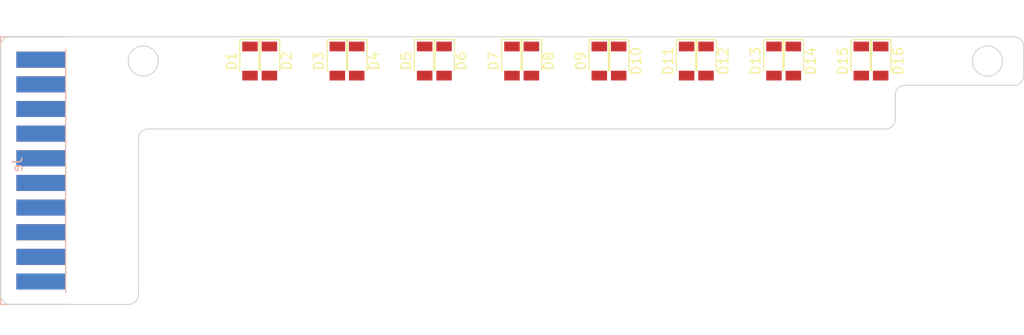
<source format=kicad_pcb>
(kicad_pcb (version 20171130) (host pcbnew "(5.1.6-0-10_14)")

  (general
    (thickness 1.6)
    (drawings 415)
    (tracks 0)
    (zones 0)
    (modules 17)
    (nets 18)
  )

  (page A4)
  (layers
    (0 F.Cu signal)
    (31 B.Cu signal)
    (32 B.Adhes user)
    (33 F.Adhes user)
    (34 B.Paste user)
    (35 F.Paste user)
    (36 B.SilkS user)
    (37 F.SilkS user)
    (38 B.Mask user)
    (39 F.Mask user)
    (40 Dwgs.User user)
    (41 Cmts.User user)
    (42 Eco1.User user)
    (43 Eco2.User user)
    (44 Edge.Cuts user)
    (45 Margin user)
    (46 B.CrtYd user)
    (47 F.CrtYd user)
    (48 B.Fab user)
    (49 F.Fab user)
  )

  (setup
    (last_trace_width 0.25)
    (trace_clearance 0.2)
    (zone_clearance 0.508)
    (zone_45_only no)
    (trace_min 0.2)
    (via_size 0.8)
    (via_drill 0.4)
    (via_min_size 0.4)
    (via_min_drill 0.3)
    (uvia_size 0.3)
    (uvia_drill 0.1)
    (uvias_allowed no)
    (uvia_min_size 0.2)
    (uvia_min_drill 0.1)
    (edge_width 0.1)
    (segment_width 0.2)
    (pcb_text_width 0.3)
    (pcb_text_size 1.5 1.5)
    (mod_edge_width 0.15)
    (mod_text_size 1 1)
    (mod_text_width 0.15)
    (pad_size 1.524 1.524)
    (pad_drill 0.762)
    (pad_to_mask_clearance 0)
    (aux_axis_origin 0 0)
    (visible_elements FFFFFF7F)
    (pcbplotparams
      (layerselection 0x010fc_ffffffff)
      (usegerberextensions false)
      (usegerberattributes true)
      (usegerberadvancedattributes true)
      (creategerberjobfile true)
      (excludeedgelayer true)
      (linewidth 0.100000)
      (plotframeref false)
      (viasonmask false)
      (mode 1)
      (useauxorigin false)
      (hpglpennumber 1)
      (hpglpenspeed 20)
      (hpglpendiameter 15.000000)
      (psnegative false)
      (psa4output false)
      (plotreference true)
      (plotvalue true)
      (plotinvisibletext false)
      (padsonsilk false)
      (subtractmaskfromsilk false)
      (outputformat 1)
      (mirror false)
      (drillshape 1)
      (scaleselection 1)
      (outputdirectory ""))
  )

  (net 0 "")
  (net 1 GND)
  (net 2 OUT1)
  (net 3 OUT2)
  (net 4 OUT3)
  (net 5 OUT4)
  (net 6 OUT5)
  (net 7 OUT6)
  (net 8 OUT7)
  (net 9 OUT8)
  (net 10 OUT9)
  (net 11 OUT10)
  (net 12 OUT11)
  (net 13 OUT12)
  (net 14 OUT13)
  (net 15 OUT14)
  (net 16 OUT15)
  (net 17 OUT16)

  (net_class Default "This is the default net class."
    (clearance 0.2)
    (trace_width 0.25)
    (via_dia 0.8)
    (via_drill 0.4)
    (uvia_dia 0.3)
    (uvia_drill 0.1)
    (add_net GND)
    (add_net OUT1)
    (add_net OUT10)
    (add_net OUT11)
    (add_net OUT12)
    (add_net OUT13)
    (add_net OUT14)
    (add_net OUT15)
    (add_net OUT16)
    (add_net OUT2)
    (add_net OUT3)
    (add_net OUT4)
    (add_net OUT5)
    (add_net OUT6)
    (add_net OUT7)
    (add_net OUT8)
    (add_net OUT9)
  )

  (module Diodes_SMD:D_1206 (layer F.Cu) (tedit 590CEAF5) (tstamp 5ED828C2)
    (at 130.5 70 270)
    (descr "Diode SMD 1206, reflow soldering http://datasheets.avx.com/schottky.pdf")
    (tags "Diode 1206")
    (path /5ECF4E8C)
    (attr smd)
    (fp_text reference D1 (at 0 1.9 90) (layer F.SilkS)
      (effects (font (size 1 1) (thickness 0.15)))
    )
    (fp_text value D_Photo (at 0 1.9 90) (layer F.Fab)
      (effects (font (size 1 1) (thickness 0.15)))
    )
    (fp_line (start -0.254 -0.254) (end -0.254 0.254) (layer F.Fab) (width 0.1))
    (fp_line (start 0.127 0) (end 0.381 0) (layer F.Fab) (width 0.1))
    (fp_line (start -0.254 0) (end -0.508 0) (layer F.Fab) (width 0.1))
    (fp_line (start 0.127 0.254) (end -0.254 0) (layer F.Fab) (width 0.1))
    (fp_line (start 0.127 -0.254) (end 0.127 0.254) (layer F.Fab) (width 0.1))
    (fp_line (start -0.254 0) (end 0.127 -0.254) (layer F.Fab) (width 0.1))
    (fp_line (start -2.2 -1.06) (end -2.2 1.06) (layer F.SilkS) (width 0.12))
    (fp_line (start -1.7 0.95) (end -1.7 -0.95) (layer F.Fab) (width 0.1))
    (fp_line (start 1.7 0.95) (end -1.7 0.95) (layer F.Fab) (width 0.1))
    (fp_line (start 1.7 -0.95) (end 1.7 0.95) (layer F.Fab) (width 0.1))
    (fp_line (start -1.7 -0.95) (end 1.7 -0.95) (layer F.Fab) (width 0.1))
    (fp_line (start -2.3 -1.16) (end 2.3 -1.16) (layer F.CrtYd) (width 0.05))
    (fp_line (start -2.3 1.16) (end 2.3 1.16) (layer F.CrtYd) (width 0.05))
    (fp_line (start -2.3 -1.16) (end -2.3 1.16) (layer F.CrtYd) (width 0.05))
    (fp_line (start 2.3 -1.16) (end 2.3 1.16) (layer F.CrtYd) (width 0.05))
    (fp_line (start 1 -1.06) (end -2.2 -1.06) (layer F.SilkS) (width 0.12))
    (fp_line (start -2.2 1.06) (end 1 1.06) (layer F.SilkS) (width 0.12))
    (fp_text user %R (at 0 -1.8 90) (layer F.Fab)
      (effects (font (size 1 1) (thickness 0.15)))
    )
    (pad 1 smd rect (at -1.5 0 270) (size 1 1.6) (layers F.Cu F.Paste F.Mask)
      (net 2 OUT1))
    (pad 2 smd rect (at 1.5 0 270) (size 1 1.6) (layers F.Cu F.Paste F.Mask)
      (net 1 GND))
    (model ${KISYS3DMOD}/Diodes_SMD.3dshapes/D_1206.wrl
      (at (xyz 0 0 0))
      (scale (xyz 1 1 1))
      (rotate (xyz 0 0 0))
    )
    (model :kicad-packages3D:Diode_SMD.3dshapes/D_1206_3216Metric.step
      (at (xyz 0 0 0))
      (scale (xyz 1 1 1))
      (rotate (xyz 0 0 0))
    )
  )

  (module Diodes_SMD:D_1206 (layer F.Cu) (tedit 590CEAF5) (tstamp 5ED828DA)
    (at 132.5 70 270)
    (descr "Diode SMD 1206, reflow soldering http://datasheets.avx.com/schottky.pdf")
    (tags "Diode 1206")
    (path /5ECF5E77)
    (attr smd)
    (fp_text reference D2 (at 0 -1.8 90) (layer F.SilkS)
      (effects (font (size 1 1) (thickness 0.15)))
    )
    (fp_text value D_Photo (at 0 1.9 90) (layer F.Fab)
      (effects (font (size 1 1) (thickness 0.15)))
    )
    (fp_line (start -0.254 -0.254) (end -0.254 0.254) (layer F.Fab) (width 0.1))
    (fp_line (start 0.127 0) (end 0.381 0) (layer F.Fab) (width 0.1))
    (fp_line (start -0.254 0) (end -0.508 0) (layer F.Fab) (width 0.1))
    (fp_line (start 0.127 0.254) (end -0.254 0) (layer F.Fab) (width 0.1))
    (fp_line (start 0.127 -0.254) (end 0.127 0.254) (layer F.Fab) (width 0.1))
    (fp_line (start -0.254 0) (end 0.127 -0.254) (layer F.Fab) (width 0.1))
    (fp_line (start -2.2 -1.06) (end -2.2 1.06) (layer F.SilkS) (width 0.12))
    (fp_line (start -1.7 0.95) (end -1.7 -0.95) (layer F.Fab) (width 0.1))
    (fp_line (start 1.7 0.95) (end -1.7 0.95) (layer F.Fab) (width 0.1))
    (fp_line (start 1.7 -0.95) (end 1.7 0.95) (layer F.Fab) (width 0.1))
    (fp_line (start -1.7 -0.95) (end 1.7 -0.95) (layer F.Fab) (width 0.1))
    (fp_line (start -2.3 -1.16) (end 2.3 -1.16) (layer F.CrtYd) (width 0.05))
    (fp_line (start -2.3 1.16) (end 2.3 1.16) (layer F.CrtYd) (width 0.05))
    (fp_line (start -2.3 -1.16) (end -2.3 1.16) (layer F.CrtYd) (width 0.05))
    (fp_line (start 2.3 -1.16) (end 2.3 1.16) (layer F.CrtYd) (width 0.05))
    (fp_line (start 1 -1.06) (end -2.2 -1.06) (layer F.SilkS) (width 0.12))
    (fp_line (start -2.2 1.06) (end 1 1.06) (layer F.SilkS) (width 0.12))
    (fp_text user %R (at 0 -1.8 90) (layer F.Fab)
      (effects (font (size 1 1) (thickness 0.15)))
    )
    (pad 1 smd rect (at -1.5 0 270) (size 1 1.6) (layers F.Cu F.Paste F.Mask)
      (net 3 OUT2))
    (pad 2 smd rect (at 1.5 0 270) (size 1 1.6) (layers F.Cu F.Paste F.Mask)
      (net 1 GND))
    (model ${KISYS3DMOD}/Diodes_SMD.3dshapes/D_1206.wrl
      (at (xyz 0 0 0))
      (scale (xyz 1 1 1))
      (rotate (xyz 0 0 0))
    )
    (model :kicad-packages3D:Diode_SMD.3dshapes/D_1206_3216Metric.step
      (at (xyz 0 0 0))
      (scale (xyz 1 1 1))
      (rotate (xyz 0 0 0))
    )
  )

  (module Diodes_SMD:D_1206 (layer F.Cu) (tedit 590CEAF5) (tstamp 5ED828F2)
    (at 139.5 70 270)
    (descr "Diode SMD 1206, reflow soldering http://datasheets.avx.com/schottky.pdf")
    (tags "Diode 1206")
    (path /5ECF6ED6)
    (attr smd)
    (fp_text reference D3 (at 0 1.9 90) (layer F.SilkS)
      (effects (font (size 1 1) (thickness 0.15)))
    )
    (fp_text value D_Photo (at 0 1.9 90) (layer F.Fab)
      (effects (font (size 1 1) (thickness 0.15)))
    )
    (fp_line (start -0.254 -0.254) (end -0.254 0.254) (layer F.Fab) (width 0.1))
    (fp_line (start 0.127 0) (end 0.381 0) (layer F.Fab) (width 0.1))
    (fp_line (start -0.254 0) (end -0.508 0) (layer F.Fab) (width 0.1))
    (fp_line (start 0.127 0.254) (end -0.254 0) (layer F.Fab) (width 0.1))
    (fp_line (start 0.127 -0.254) (end 0.127 0.254) (layer F.Fab) (width 0.1))
    (fp_line (start -0.254 0) (end 0.127 -0.254) (layer F.Fab) (width 0.1))
    (fp_line (start -2.2 -1.06) (end -2.2 1.06) (layer F.SilkS) (width 0.12))
    (fp_line (start -1.7 0.95) (end -1.7 -0.95) (layer F.Fab) (width 0.1))
    (fp_line (start 1.7 0.95) (end -1.7 0.95) (layer F.Fab) (width 0.1))
    (fp_line (start 1.7 -0.95) (end 1.7 0.95) (layer F.Fab) (width 0.1))
    (fp_line (start -1.7 -0.95) (end 1.7 -0.95) (layer F.Fab) (width 0.1))
    (fp_line (start -2.3 -1.16) (end 2.3 -1.16) (layer F.CrtYd) (width 0.05))
    (fp_line (start -2.3 1.16) (end 2.3 1.16) (layer F.CrtYd) (width 0.05))
    (fp_line (start -2.3 -1.16) (end -2.3 1.16) (layer F.CrtYd) (width 0.05))
    (fp_line (start 2.3 -1.16) (end 2.3 1.16) (layer F.CrtYd) (width 0.05))
    (fp_line (start 1 -1.06) (end -2.2 -1.06) (layer F.SilkS) (width 0.12))
    (fp_line (start -2.2 1.06) (end 1 1.06) (layer F.SilkS) (width 0.12))
    (fp_text user %R (at 0 -1.8 90) (layer F.Fab)
      (effects (font (size 1 1) (thickness 0.15)))
    )
    (pad 1 smd rect (at -1.5 0 270) (size 1 1.6) (layers F.Cu F.Paste F.Mask)
      (net 4 OUT3))
    (pad 2 smd rect (at 1.5 0 270) (size 1 1.6) (layers F.Cu F.Paste F.Mask)
      (net 1 GND))
    (model ${KISYS3DMOD}/Diodes_SMD.3dshapes/D_1206.wrl
      (at (xyz 0 0 0))
      (scale (xyz 1 1 1))
      (rotate (xyz 0 0 0))
    )
    (model :kicad-packages3D:Diode_SMD.3dshapes/D_1206_3216Metric.step
      (at (xyz 0 0 0))
      (scale (xyz 1 1 1))
      (rotate (xyz 0 0 0))
    )
  )

  (module Diodes_SMD:D_1206 (layer F.Cu) (tedit 590CEAF5) (tstamp 5ED8290A)
    (at 141.5 70 270)
    (descr "Diode SMD 1206, reflow soldering http://datasheets.avx.com/schottky.pdf")
    (tags "Diode 1206")
    (path /5ECF7221)
    (attr smd)
    (fp_text reference D4 (at 0 -1.8 90) (layer F.SilkS)
      (effects (font (size 1 1) (thickness 0.15)))
    )
    (fp_text value D_Photo (at 0 1.9 90) (layer F.Fab)
      (effects (font (size 1 1) (thickness 0.15)))
    )
    (fp_line (start -0.254 -0.254) (end -0.254 0.254) (layer F.Fab) (width 0.1))
    (fp_line (start 0.127 0) (end 0.381 0) (layer F.Fab) (width 0.1))
    (fp_line (start -0.254 0) (end -0.508 0) (layer F.Fab) (width 0.1))
    (fp_line (start 0.127 0.254) (end -0.254 0) (layer F.Fab) (width 0.1))
    (fp_line (start 0.127 -0.254) (end 0.127 0.254) (layer F.Fab) (width 0.1))
    (fp_line (start -0.254 0) (end 0.127 -0.254) (layer F.Fab) (width 0.1))
    (fp_line (start -2.2 -1.06) (end -2.2 1.06) (layer F.SilkS) (width 0.12))
    (fp_line (start -1.7 0.95) (end -1.7 -0.95) (layer F.Fab) (width 0.1))
    (fp_line (start 1.7 0.95) (end -1.7 0.95) (layer F.Fab) (width 0.1))
    (fp_line (start 1.7 -0.95) (end 1.7 0.95) (layer F.Fab) (width 0.1))
    (fp_line (start -1.7 -0.95) (end 1.7 -0.95) (layer F.Fab) (width 0.1))
    (fp_line (start -2.3 -1.16) (end 2.3 -1.16) (layer F.CrtYd) (width 0.05))
    (fp_line (start -2.3 1.16) (end 2.3 1.16) (layer F.CrtYd) (width 0.05))
    (fp_line (start -2.3 -1.16) (end -2.3 1.16) (layer F.CrtYd) (width 0.05))
    (fp_line (start 2.3 -1.16) (end 2.3 1.16) (layer F.CrtYd) (width 0.05))
    (fp_line (start 1 -1.06) (end -2.2 -1.06) (layer F.SilkS) (width 0.12))
    (fp_line (start -2.2 1.06) (end 1 1.06) (layer F.SilkS) (width 0.12))
    (fp_text user %R (at 0 -1.8 90) (layer F.Fab)
      (effects (font (size 1 1) (thickness 0.15)))
    )
    (pad 1 smd rect (at -1.5 0 270) (size 1 1.6) (layers F.Cu F.Paste F.Mask)
      (net 5 OUT4))
    (pad 2 smd rect (at 1.5 0 270) (size 1 1.6) (layers F.Cu F.Paste F.Mask)
      (net 1 GND))
    (model ${KISYS3DMOD}/Diodes_SMD.3dshapes/D_1206.wrl
      (at (xyz 0 0 0))
      (scale (xyz 1 1 1))
      (rotate (xyz 0 0 0))
    )
    (model :kicad-packages3D:Diode_SMD.3dshapes/D_1206_3216Metric.step
      (at (xyz 0 0 0))
      (scale (xyz 1 1 1))
      (rotate (xyz 0 0 0))
    )
  )

  (module Diodes_SMD:D_1206 (layer F.Cu) (tedit 590CEAF5) (tstamp 5ED82922)
    (at 148.5 70 270)
    (descr "Diode SMD 1206, reflow soldering http://datasheets.avx.com/schottky.pdf")
    (tags "Diode 1206")
    (path /5ECFB7FC)
    (attr smd)
    (fp_text reference D5 (at 0 1.9 90) (layer F.SilkS)
      (effects (font (size 1 1) (thickness 0.15)))
    )
    (fp_text value D_Photo (at 0 1.9 90) (layer F.Fab)
      (effects (font (size 1 1) (thickness 0.15)))
    )
    (fp_line (start -0.254 -0.254) (end -0.254 0.254) (layer F.Fab) (width 0.1))
    (fp_line (start 0.127 0) (end 0.381 0) (layer F.Fab) (width 0.1))
    (fp_line (start -0.254 0) (end -0.508 0) (layer F.Fab) (width 0.1))
    (fp_line (start 0.127 0.254) (end -0.254 0) (layer F.Fab) (width 0.1))
    (fp_line (start 0.127 -0.254) (end 0.127 0.254) (layer F.Fab) (width 0.1))
    (fp_line (start -0.254 0) (end 0.127 -0.254) (layer F.Fab) (width 0.1))
    (fp_line (start -2.2 -1.06) (end -2.2 1.06) (layer F.SilkS) (width 0.12))
    (fp_line (start -1.7 0.95) (end -1.7 -0.95) (layer F.Fab) (width 0.1))
    (fp_line (start 1.7 0.95) (end -1.7 0.95) (layer F.Fab) (width 0.1))
    (fp_line (start 1.7 -0.95) (end 1.7 0.95) (layer F.Fab) (width 0.1))
    (fp_line (start -1.7 -0.95) (end 1.7 -0.95) (layer F.Fab) (width 0.1))
    (fp_line (start -2.3 -1.16) (end 2.3 -1.16) (layer F.CrtYd) (width 0.05))
    (fp_line (start -2.3 1.16) (end 2.3 1.16) (layer F.CrtYd) (width 0.05))
    (fp_line (start -2.3 -1.16) (end -2.3 1.16) (layer F.CrtYd) (width 0.05))
    (fp_line (start 2.3 -1.16) (end 2.3 1.16) (layer F.CrtYd) (width 0.05))
    (fp_line (start 1 -1.06) (end -2.2 -1.06) (layer F.SilkS) (width 0.12))
    (fp_line (start -2.2 1.06) (end 1 1.06) (layer F.SilkS) (width 0.12))
    (fp_text user %R (at 0 -1.8 90) (layer F.Fab)
      (effects (font (size 1 1) (thickness 0.15)))
    )
    (pad 1 smd rect (at -1.5 0 270) (size 1 1.6) (layers F.Cu F.Paste F.Mask)
      (net 6 OUT5))
    (pad 2 smd rect (at 1.5 0 270) (size 1 1.6) (layers F.Cu F.Paste F.Mask)
      (net 1 GND))
    (model ${KISYS3DMOD}/Diodes_SMD.3dshapes/D_1206.wrl
      (at (xyz 0 0 0))
      (scale (xyz 1 1 1))
      (rotate (xyz 0 0 0))
    )
    (model :kicad-packages3D:Diode_SMD.3dshapes/D_1206_3216Metric.step
      (at (xyz 0 0 0))
      (scale (xyz 1 1 1))
      (rotate (xyz 0 0 0))
    )
  )

  (module Diodes_SMD:D_1206 (layer F.Cu) (tedit 590CEAF5) (tstamp 5ED8293A)
    (at 150.5 70 270)
    (descr "Diode SMD 1206, reflow soldering http://datasheets.avx.com/schottky.pdf")
    (tags "Diode 1206")
    (path /5ECFB806)
    (attr smd)
    (fp_text reference D6 (at 0 -1.8 90) (layer F.SilkS)
      (effects (font (size 1 1) (thickness 0.15)))
    )
    (fp_text value D_Photo (at 0 1.9 90) (layer F.Fab)
      (effects (font (size 1 1) (thickness 0.15)))
    )
    (fp_line (start -0.254 -0.254) (end -0.254 0.254) (layer F.Fab) (width 0.1))
    (fp_line (start 0.127 0) (end 0.381 0) (layer F.Fab) (width 0.1))
    (fp_line (start -0.254 0) (end -0.508 0) (layer F.Fab) (width 0.1))
    (fp_line (start 0.127 0.254) (end -0.254 0) (layer F.Fab) (width 0.1))
    (fp_line (start 0.127 -0.254) (end 0.127 0.254) (layer F.Fab) (width 0.1))
    (fp_line (start -0.254 0) (end 0.127 -0.254) (layer F.Fab) (width 0.1))
    (fp_line (start -2.2 -1.06) (end -2.2 1.06) (layer F.SilkS) (width 0.12))
    (fp_line (start -1.7 0.95) (end -1.7 -0.95) (layer F.Fab) (width 0.1))
    (fp_line (start 1.7 0.95) (end -1.7 0.95) (layer F.Fab) (width 0.1))
    (fp_line (start 1.7 -0.95) (end 1.7 0.95) (layer F.Fab) (width 0.1))
    (fp_line (start -1.7 -0.95) (end 1.7 -0.95) (layer F.Fab) (width 0.1))
    (fp_line (start -2.3 -1.16) (end 2.3 -1.16) (layer F.CrtYd) (width 0.05))
    (fp_line (start -2.3 1.16) (end 2.3 1.16) (layer F.CrtYd) (width 0.05))
    (fp_line (start -2.3 -1.16) (end -2.3 1.16) (layer F.CrtYd) (width 0.05))
    (fp_line (start 2.3 -1.16) (end 2.3 1.16) (layer F.CrtYd) (width 0.05))
    (fp_line (start 1 -1.06) (end -2.2 -1.06) (layer F.SilkS) (width 0.12))
    (fp_line (start -2.2 1.06) (end 1 1.06) (layer F.SilkS) (width 0.12))
    (fp_text user %R (at 0 -1.8 90) (layer F.Fab)
      (effects (font (size 1 1) (thickness 0.15)))
    )
    (pad 1 smd rect (at -1.5 0 270) (size 1 1.6) (layers F.Cu F.Paste F.Mask)
      (net 7 OUT6))
    (pad 2 smd rect (at 1.5 0 270) (size 1 1.6) (layers F.Cu F.Paste F.Mask)
      (net 1 GND))
    (model ${KISYS3DMOD}/Diodes_SMD.3dshapes/D_1206.wrl
      (at (xyz 0 0 0))
      (scale (xyz 1 1 1))
      (rotate (xyz 0 0 0))
    )
    (model :kicad-packages3D:Diode_SMD.3dshapes/D_1206_3216Metric.step
      (at (xyz 0 0 0))
      (scale (xyz 1 1 1))
      (rotate (xyz 0 0 0))
    )
  )

  (module Diodes_SMD:D_1206 (layer F.Cu) (tedit 590CEAF5) (tstamp 5ED8532A)
    (at 157.5 70 270)
    (descr "Diode SMD 1206, reflow soldering http://datasheets.avx.com/schottky.pdf")
    (tags "Diode 1206")
    (path /5ECFB810)
    (attr smd)
    (fp_text reference D7 (at 0 1.9 90) (layer F.SilkS)
      (effects (font (size 1 1) (thickness 0.15)))
    )
    (fp_text value D_Photo (at 0 1.9 90) (layer F.Fab)
      (effects (font (size 1 1) (thickness 0.15)))
    )
    (fp_line (start -0.254 -0.254) (end -0.254 0.254) (layer F.Fab) (width 0.1))
    (fp_line (start 0.127 0) (end 0.381 0) (layer F.Fab) (width 0.1))
    (fp_line (start -0.254 0) (end -0.508 0) (layer F.Fab) (width 0.1))
    (fp_line (start 0.127 0.254) (end -0.254 0) (layer F.Fab) (width 0.1))
    (fp_line (start 0.127 -0.254) (end 0.127 0.254) (layer F.Fab) (width 0.1))
    (fp_line (start -0.254 0) (end 0.127 -0.254) (layer F.Fab) (width 0.1))
    (fp_line (start -2.2 -1.06) (end -2.2 1.06) (layer F.SilkS) (width 0.12))
    (fp_line (start -1.7 0.95) (end -1.7 -0.95) (layer F.Fab) (width 0.1))
    (fp_line (start 1.7 0.95) (end -1.7 0.95) (layer F.Fab) (width 0.1))
    (fp_line (start 1.7 -0.95) (end 1.7 0.95) (layer F.Fab) (width 0.1))
    (fp_line (start -1.7 -0.95) (end 1.7 -0.95) (layer F.Fab) (width 0.1))
    (fp_line (start -2.3 -1.16) (end 2.3 -1.16) (layer F.CrtYd) (width 0.05))
    (fp_line (start -2.3 1.16) (end 2.3 1.16) (layer F.CrtYd) (width 0.05))
    (fp_line (start -2.3 -1.16) (end -2.3 1.16) (layer F.CrtYd) (width 0.05))
    (fp_line (start 2.3 -1.16) (end 2.3 1.16) (layer F.CrtYd) (width 0.05))
    (fp_line (start 1 -1.06) (end -2.2 -1.06) (layer F.SilkS) (width 0.12))
    (fp_line (start -2.2 1.06) (end 1 1.06) (layer F.SilkS) (width 0.12))
    (fp_text user %R (at 0 -1.8 90) (layer F.Fab)
      (effects (font (size 1 1) (thickness 0.15)))
    )
    (pad 1 smd rect (at -1.5 0 270) (size 1 1.6) (layers F.Cu F.Paste F.Mask)
      (net 8 OUT7))
    (pad 2 smd rect (at 1.5 0 270) (size 1 1.6) (layers F.Cu F.Paste F.Mask)
      (net 1 GND))
    (model ${KISYS3DMOD}/Diodes_SMD.3dshapes/D_1206.wrl
      (at (xyz 0 0 0))
      (scale (xyz 1 1 1))
      (rotate (xyz 0 0 0))
    )
    (model :kicad-packages3D:Diode_SMD.3dshapes/D_1206_3216Metric.step
      (at (xyz 0 0 0))
      (scale (xyz 1 1 1))
      (rotate (xyz 0 0 0))
    )
  )

  (module Diodes_SMD:D_1206 (layer F.Cu) (tedit 590CEAF5) (tstamp 5ED8296A)
    (at 159.5 70 270)
    (descr "Diode SMD 1206, reflow soldering http://datasheets.avx.com/schottky.pdf")
    (tags "Diode 1206")
    (path /5ECFB81A)
    (attr smd)
    (fp_text reference D8 (at 0 -1.8 90) (layer F.SilkS)
      (effects (font (size 1 1) (thickness 0.15)))
    )
    (fp_text value D_Photo (at 0 1.9 90) (layer F.Fab)
      (effects (font (size 1 1) (thickness 0.15)))
    )
    (fp_line (start -0.254 -0.254) (end -0.254 0.254) (layer F.Fab) (width 0.1))
    (fp_line (start 0.127 0) (end 0.381 0) (layer F.Fab) (width 0.1))
    (fp_line (start -0.254 0) (end -0.508 0) (layer F.Fab) (width 0.1))
    (fp_line (start 0.127 0.254) (end -0.254 0) (layer F.Fab) (width 0.1))
    (fp_line (start 0.127 -0.254) (end 0.127 0.254) (layer F.Fab) (width 0.1))
    (fp_line (start -0.254 0) (end 0.127 -0.254) (layer F.Fab) (width 0.1))
    (fp_line (start -2.2 -1.06) (end -2.2 1.06) (layer F.SilkS) (width 0.12))
    (fp_line (start -1.7 0.95) (end -1.7 -0.95) (layer F.Fab) (width 0.1))
    (fp_line (start 1.7 0.95) (end -1.7 0.95) (layer F.Fab) (width 0.1))
    (fp_line (start 1.7 -0.95) (end 1.7 0.95) (layer F.Fab) (width 0.1))
    (fp_line (start -1.7 -0.95) (end 1.7 -0.95) (layer F.Fab) (width 0.1))
    (fp_line (start -2.3 -1.16) (end 2.3 -1.16) (layer F.CrtYd) (width 0.05))
    (fp_line (start -2.3 1.16) (end 2.3 1.16) (layer F.CrtYd) (width 0.05))
    (fp_line (start -2.3 -1.16) (end -2.3 1.16) (layer F.CrtYd) (width 0.05))
    (fp_line (start 2.3 -1.16) (end 2.3 1.16) (layer F.CrtYd) (width 0.05))
    (fp_line (start 1 -1.06) (end -2.2 -1.06) (layer F.SilkS) (width 0.12))
    (fp_line (start -2.2 1.06) (end 1 1.06) (layer F.SilkS) (width 0.12))
    (fp_text user %R (at 0 -1.8 90) (layer F.Fab)
      (effects (font (size 1 1) (thickness 0.15)))
    )
    (pad 1 smd rect (at -1.5 0 270) (size 1 1.6) (layers F.Cu F.Paste F.Mask)
      (net 9 OUT8))
    (pad 2 smd rect (at 1.5 0 270) (size 1 1.6) (layers F.Cu F.Paste F.Mask)
      (net 1 GND))
    (model ${KISYS3DMOD}/Diodes_SMD.3dshapes/D_1206.wrl
      (at (xyz 0 0 0))
      (scale (xyz 1 1 1))
      (rotate (xyz 0 0 0))
    )
    (model :kicad-packages3D:Diode_SMD.3dshapes/D_1206_3216Metric.step
      (at (xyz 0 0 0))
      (scale (xyz 1 1 1))
      (rotate (xyz 0 0 0))
    )
  )

  (module Diodes_SMD:D_1206 (layer F.Cu) (tedit 590CEAF5) (tstamp 5ED82982)
    (at 166.5 70 270)
    (descr "Diode SMD 1206, reflow soldering http://datasheets.avx.com/schottky.pdf")
    (tags "Diode 1206")
    (path /5ED19353)
    (attr smd)
    (fp_text reference D9 (at 0 1.9 90) (layer F.SilkS)
      (effects (font (size 1 1) (thickness 0.15)))
    )
    (fp_text value D_Photo (at 0 1.9 90) (layer F.Fab)
      (effects (font (size 1 1) (thickness 0.15)))
    )
    (fp_line (start -0.254 -0.254) (end -0.254 0.254) (layer F.Fab) (width 0.1))
    (fp_line (start 0.127 0) (end 0.381 0) (layer F.Fab) (width 0.1))
    (fp_line (start -0.254 0) (end -0.508 0) (layer F.Fab) (width 0.1))
    (fp_line (start 0.127 0.254) (end -0.254 0) (layer F.Fab) (width 0.1))
    (fp_line (start 0.127 -0.254) (end 0.127 0.254) (layer F.Fab) (width 0.1))
    (fp_line (start -0.254 0) (end 0.127 -0.254) (layer F.Fab) (width 0.1))
    (fp_line (start -2.2 -1.06) (end -2.2 1.06) (layer F.SilkS) (width 0.12))
    (fp_line (start -1.7 0.95) (end -1.7 -0.95) (layer F.Fab) (width 0.1))
    (fp_line (start 1.7 0.95) (end -1.7 0.95) (layer F.Fab) (width 0.1))
    (fp_line (start 1.7 -0.95) (end 1.7 0.95) (layer F.Fab) (width 0.1))
    (fp_line (start -1.7 -0.95) (end 1.7 -0.95) (layer F.Fab) (width 0.1))
    (fp_line (start -2.3 -1.16) (end 2.3 -1.16) (layer F.CrtYd) (width 0.05))
    (fp_line (start -2.3 1.16) (end 2.3 1.16) (layer F.CrtYd) (width 0.05))
    (fp_line (start -2.3 -1.16) (end -2.3 1.16) (layer F.CrtYd) (width 0.05))
    (fp_line (start 2.3 -1.16) (end 2.3 1.16) (layer F.CrtYd) (width 0.05))
    (fp_line (start 1 -1.06) (end -2.2 -1.06) (layer F.SilkS) (width 0.12))
    (fp_line (start -2.2 1.06) (end 1 1.06) (layer F.SilkS) (width 0.12))
    (fp_text user %R (at 0 -1.8 90) (layer F.Fab)
      (effects (font (size 1 1) (thickness 0.15)))
    )
    (pad 1 smd rect (at -1.5 0 270) (size 1 1.6) (layers F.Cu F.Paste F.Mask)
      (net 10 OUT9))
    (pad 2 smd rect (at 1.5 0 270) (size 1 1.6) (layers F.Cu F.Paste F.Mask)
      (net 1 GND))
    (model ${KISYS3DMOD}/Diodes_SMD.3dshapes/D_1206.wrl
      (at (xyz 0 0 0))
      (scale (xyz 1 1 1))
      (rotate (xyz 0 0 0))
    )
    (model :kicad-packages3D:Diode_SMD.3dshapes/D_1206_3216Metric.step
      (at (xyz 0 0 0))
      (scale (xyz 1 1 1))
      (rotate (xyz 0 0 0))
    )
  )

  (module Diodes_SMD:D_1206 (layer F.Cu) (tedit 590CEAF5) (tstamp 5ED8299A)
    (at 168.5 70 270)
    (descr "Diode SMD 1206, reflow soldering http://datasheets.avx.com/schottky.pdf")
    (tags "Diode 1206")
    (path /5ED1935D)
    (attr smd)
    (fp_text reference D10 (at 0 -1.8 90) (layer F.SilkS)
      (effects (font (size 1 1) (thickness 0.15)))
    )
    (fp_text value D_Photo (at 0 1.9 90) (layer F.Fab)
      (effects (font (size 1 1) (thickness 0.15)))
    )
    (fp_line (start -0.254 -0.254) (end -0.254 0.254) (layer F.Fab) (width 0.1))
    (fp_line (start 0.127 0) (end 0.381 0) (layer F.Fab) (width 0.1))
    (fp_line (start -0.254 0) (end -0.508 0) (layer F.Fab) (width 0.1))
    (fp_line (start 0.127 0.254) (end -0.254 0) (layer F.Fab) (width 0.1))
    (fp_line (start 0.127 -0.254) (end 0.127 0.254) (layer F.Fab) (width 0.1))
    (fp_line (start -0.254 0) (end 0.127 -0.254) (layer F.Fab) (width 0.1))
    (fp_line (start -2.2 -1.06) (end -2.2 1.06) (layer F.SilkS) (width 0.12))
    (fp_line (start -1.7 0.95) (end -1.7 -0.95) (layer F.Fab) (width 0.1))
    (fp_line (start 1.7 0.95) (end -1.7 0.95) (layer F.Fab) (width 0.1))
    (fp_line (start 1.7 -0.95) (end 1.7 0.95) (layer F.Fab) (width 0.1))
    (fp_line (start -1.7 -0.95) (end 1.7 -0.95) (layer F.Fab) (width 0.1))
    (fp_line (start -2.3 -1.16) (end 2.3 -1.16) (layer F.CrtYd) (width 0.05))
    (fp_line (start -2.3 1.16) (end 2.3 1.16) (layer F.CrtYd) (width 0.05))
    (fp_line (start -2.3 -1.16) (end -2.3 1.16) (layer F.CrtYd) (width 0.05))
    (fp_line (start 2.3 -1.16) (end 2.3 1.16) (layer F.CrtYd) (width 0.05))
    (fp_line (start 1 -1.06) (end -2.2 -1.06) (layer F.SilkS) (width 0.12))
    (fp_line (start -2.2 1.06) (end 1 1.06) (layer F.SilkS) (width 0.12))
    (fp_text user %R (at 0 -1.8 90) (layer F.Fab)
      (effects (font (size 1 1) (thickness 0.15)))
    )
    (pad 1 smd rect (at -1.5 0 270) (size 1 1.6) (layers F.Cu F.Paste F.Mask)
      (net 11 OUT10))
    (pad 2 smd rect (at 1.5 0 270) (size 1 1.6) (layers F.Cu F.Paste F.Mask)
      (net 1 GND))
    (model ${KISYS3DMOD}/Diodes_SMD.3dshapes/D_1206.wrl
      (at (xyz 0 0 0))
      (scale (xyz 1 1 1))
      (rotate (xyz 0 0 0))
    )
    (model :kicad-packages3D:Diode_SMD.3dshapes/D_1206_3216Metric.step
      (at (xyz 0 0 0))
      (scale (xyz 1 1 1))
      (rotate (xyz 0 0 0))
    )
  )

  (module Diodes_SMD:D_1206 (layer F.Cu) (tedit 590CEAF5) (tstamp 5ED829B2)
    (at 175.5 70 270)
    (descr "Diode SMD 1206, reflow soldering http://datasheets.avx.com/schottky.pdf")
    (tags "Diode 1206")
    (path /5ED19367)
    (attr smd)
    (fp_text reference D11 (at 0 1.9 90) (layer F.SilkS)
      (effects (font (size 1 1) (thickness 0.15)))
    )
    (fp_text value D_Photo (at 0 1.9 90) (layer F.Fab)
      (effects (font (size 1 1) (thickness 0.15)))
    )
    (fp_line (start -0.254 -0.254) (end -0.254 0.254) (layer F.Fab) (width 0.1))
    (fp_line (start 0.127 0) (end 0.381 0) (layer F.Fab) (width 0.1))
    (fp_line (start -0.254 0) (end -0.508 0) (layer F.Fab) (width 0.1))
    (fp_line (start 0.127 0.254) (end -0.254 0) (layer F.Fab) (width 0.1))
    (fp_line (start 0.127 -0.254) (end 0.127 0.254) (layer F.Fab) (width 0.1))
    (fp_line (start -0.254 0) (end 0.127 -0.254) (layer F.Fab) (width 0.1))
    (fp_line (start -2.2 -1.06) (end -2.2 1.06) (layer F.SilkS) (width 0.12))
    (fp_line (start -1.7 0.95) (end -1.7 -0.95) (layer F.Fab) (width 0.1))
    (fp_line (start 1.7 0.95) (end -1.7 0.95) (layer F.Fab) (width 0.1))
    (fp_line (start 1.7 -0.95) (end 1.7 0.95) (layer F.Fab) (width 0.1))
    (fp_line (start -1.7 -0.95) (end 1.7 -0.95) (layer F.Fab) (width 0.1))
    (fp_line (start -2.3 -1.16) (end 2.3 -1.16) (layer F.CrtYd) (width 0.05))
    (fp_line (start -2.3 1.16) (end 2.3 1.16) (layer F.CrtYd) (width 0.05))
    (fp_line (start -2.3 -1.16) (end -2.3 1.16) (layer F.CrtYd) (width 0.05))
    (fp_line (start 2.3 -1.16) (end 2.3 1.16) (layer F.CrtYd) (width 0.05))
    (fp_line (start 1 -1.06) (end -2.2 -1.06) (layer F.SilkS) (width 0.12))
    (fp_line (start -2.2 1.06) (end 1 1.06) (layer F.SilkS) (width 0.12))
    (fp_text user %R (at 0 -1.8 90) (layer F.Fab)
      (effects (font (size 1 1) (thickness 0.15)))
    )
    (pad 1 smd rect (at -1.5 0 270) (size 1 1.6) (layers F.Cu F.Paste F.Mask)
      (net 12 OUT11))
    (pad 2 smd rect (at 1.5 0 270) (size 1 1.6) (layers F.Cu F.Paste F.Mask)
      (net 1 GND))
    (model ${KISYS3DMOD}/Diodes_SMD.3dshapes/D_1206.wrl
      (at (xyz 0 0 0))
      (scale (xyz 1 1 1))
      (rotate (xyz 0 0 0))
    )
    (model :kicad-packages3D:Diode_SMD.3dshapes/D_1206_3216Metric.step
      (at (xyz 0 0 0))
      (scale (xyz 1 1 1))
      (rotate (xyz 0 0 0))
    )
  )

  (module Diodes_SMD:D_1206 (layer F.Cu) (tedit 590CEAF5) (tstamp 5ED829CA)
    (at 177.5 70 270)
    (descr "Diode SMD 1206, reflow soldering http://datasheets.avx.com/schottky.pdf")
    (tags "Diode 1206")
    (path /5ED19371)
    (attr smd)
    (fp_text reference D12 (at 0 -1.8 90) (layer F.SilkS)
      (effects (font (size 1 1) (thickness 0.15)))
    )
    (fp_text value D_Photo (at 0 1.9 90) (layer F.Fab)
      (effects (font (size 1 1) (thickness 0.15)))
    )
    (fp_line (start -0.254 -0.254) (end -0.254 0.254) (layer F.Fab) (width 0.1))
    (fp_line (start 0.127 0) (end 0.381 0) (layer F.Fab) (width 0.1))
    (fp_line (start -0.254 0) (end -0.508 0) (layer F.Fab) (width 0.1))
    (fp_line (start 0.127 0.254) (end -0.254 0) (layer F.Fab) (width 0.1))
    (fp_line (start 0.127 -0.254) (end 0.127 0.254) (layer F.Fab) (width 0.1))
    (fp_line (start -0.254 0) (end 0.127 -0.254) (layer F.Fab) (width 0.1))
    (fp_line (start -2.2 -1.06) (end -2.2 1.06) (layer F.SilkS) (width 0.12))
    (fp_line (start -1.7 0.95) (end -1.7 -0.95) (layer F.Fab) (width 0.1))
    (fp_line (start 1.7 0.95) (end -1.7 0.95) (layer F.Fab) (width 0.1))
    (fp_line (start 1.7 -0.95) (end 1.7 0.95) (layer F.Fab) (width 0.1))
    (fp_line (start -1.7 -0.95) (end 1.7 -0.95) (layer F.Fab) (width 0.1))
    (fp_line (start -2.3 -1.16) (end 2.3 -1.16) (layer F.CrtYd) (width 0.05))
    (fp_line (start -2.3 1.16) (end 2.3 1.16) (layer F.CrtYd) (width 0.05))
    (fp_line (start -2.3 -1.16) (end -2.3 1.16) (layer F.CrtYd) (width 0.05))
    (fp_line (start 2.3 -1.16) (end 2.3 1.16) (layer F.CrtYd) (width 0.05))
    (fp_line (start 1 -1.06) (end -2.2 -1.06) (layer F.SilkS) (width 0.12))
    (fp_line (start -2.2 1.06) (end 1 1.06) (layer F.SilkS) (width 0.12))
    (fp_text user %R (at 0 -1.8 90) (layer F.Fab)
      (effects (font (size 1 1) (thickness 0.15)))
    )
    (pad 1 smd rect (at -1.5 0 270) (size 1 1.6) (layers F.Cu F.Paste F.Mask)
      (net 13 OUT12))
    (pad 2 smd rect (at 1.5 0 270) (size 1 1.6) (layers F.Cu F.Paste F.Mask)
      (net 1 GND))
    (model ${KISYS3DMOD}/Diodes_SMD.3dshapes/D_1206.wrl
      (at (xyz 0 0 0))
      (scale (xyz 1 1 1))
      (rotate (xyz 0 0 0))
    )
    (model :kicad-packages3D:Diode_SMD.3dshapes/D_1206_3216Metric.step
      (at (xyz 0 0 0))
      (scale (xyz 1 1 1))
      (rotate (xyz 0 0 0))
    )
  )

  (module Diodes_SMD:D_1206 (layer F.Cu) (tedit 590CEAF5) (tstamp 5ED829E2)
    (at 184.5 70 270)
    (descr "Diode SMD 1206, reflow soldering http://datasheets.avx.com/schottky.pdf")
    (tags "Diode 1206")
    (path /5ED1937B)
    (attr smd)
    (fp_text reference D13 (at 0 1.9 90) (layer F.SilkS)
      (effects (font (size 1 1) (thickness 0.15)))
    )
    (fp_text value D_Photo (at 0 1.9 90) (layer F.Fab)
      (effects (font (size 1 1) (thickness 0.15)))
    )
    (fp_line (start -0.254 -0.254) (end -0.254 0.254) (layer F.Fab) (width 0.1))
    (fp_line (start 0.127 0) (end 0.381 0) (layer F.Fab) (width 0.1))
    (fp_line (start -0.254 0) (end -0.508 0) (layer F.Fab) (width 0.1))
    (fp_line (start 0.127 0.254) (end -0.254 0) (layer F.Fab) (width 0.1))
    (fp_line (start 0.127 -0.254) (end 0.127 0.254) (layer F.Fab) (width 0.1))
    (fp_line (start -0.254 0) (end 0.127 -0.254) (layer F.Fab) (width 0.1))
    (fp_line (start -2.2 -1.06) (end -2.2 1.06) (layer F.SilkS) (width 0.12))
    (fp_line (start -1.7 0.95) (end -1.7 -0.95) (layer F.Fab) (width 0.1))
    (fp_line (start 1.7 0.95) (end -1.7 0.95) (layer F.Fab) (width 0.1))
    (fp_line (start 1.7 -0.95) (end 1.7 0.95) (layer F.Fab) (width 0.1))
    (fp_line (start -1.7 -0.95) (end 1.7 -0.95) (layer F.Fab) (width 0.1))
    (fp_line (start -2.3 -1.16) (end 2.3 -1.16) (layer F.CrtYd) (width 0.05))
    (fp_line (start -2.3 1.16) (end 2.3 1.16) (layer F.CrtYd) (width 0.05))
    (fp_line (start -2.3 -1.16) (end -2.3 1.16) (layer F.CrtYd) (width 0.05))
    (fp_line (start 2.3 -1.16) (end 2.3 1.16) (layer F.CrtYd) (width 0.05))
    (fp_line (start 1 -1.06) (end -2.2 -1.06) (layer F.SilkS) (width 0.12))
    (fp_line (start -2.2 1.06) (end 1 1.06) (layer F.SilkS) (width 0.12))
    (fp_text user %R (at 0 -1.8 90) (layer F.Fab)
      (effects (font (size 1 1) (thickness 0.15)))
    )
    (pad 1 smd rect (at -1.5 0 270) (size 1 1.6) (layers F.Cu F.Paste F.Mask)
      (net 14 OUT13))
    (pad 2 smd rect (at 1.5 0 270) (size 1 1.6) (layers F.Cu F.Paste F.Mask)
      (net 1 GND))
    (model ${KISYS3DMOD}/Diodes_SMD.3dshapes/D_1206.wrl
      (at (xyz 0 0 0))
      (scale (xyz 1 1 1))
      (rotate (xyz 0 0 0))
    )
    (model :kicad-packages3D:Diode_SMD.3dshapes/D_1206_3216Metric.step
      (at (xyz 0 0 0))
      (scale (xyz 1 1 1))
      (rotate (xyz 0 0 0))
    )
  )

  (module Diodes_SMD:D_1206 (layer F.Cu) (tedit 590CEAF5) (tstamp 5ED829FA)
    (at 186.5 70 270)
    (descr "Diode SMD 1206, reflow soldering http://datasheets.avx.com/schottky.pdf")
    (tags "Diode 1206")
    (path /5ED19385)
    (attr smd)
    (fp_text reference D14 (at 0 -1.8 90) (layer F.SilkS)
      (effects (font (size 1 1) (thickness 0.15)))
    )
    (fp_text value D_Photo (at 0 1.9 90) (layer F.Fab)
      (effects (font (size 1 1) (thickness 0.15)))
    )
    (fp_line (start -0.254 -0.254) (end -0.254 0.254) (layer F.Fab) (width 0.1))
    (fp_line (start 0.127 0) (end 0.381 0) (layer F.Fab) (width 0.1))
    (fp_line (start -0.254 0) (end -0.508 0) (layer F.Fab) (width 0.1))
    (fp_line (start 0.127 0.254) (end -0.254 0) (layer F.Fab) (width 0.1))
    (fp_line (start 0.127 -0.254) (end 0.127 0.254) (layer F.Fab) (width 0.1))
    (fp_line (start -0.254 0) (end 0.127 -0.254) (layer F.Fab) (width 0.1))
    (fp_line (start -2.2 -1.06) (end -2.2 1.06) (layer F.SilkS) (width 0.12))
    (fp_line (start -1.7 0.95) (end -1.7 -0.95) (layer F.Fab) (width 0.1))
    (fp_line (start 1.7 0.95) (end -1.7 0.95) (layer F.Fab) (width 0.1))
    (fp_line (start 1.7 -0.95) (end 1.7 0.95) (layer F.Fab) (width 0.1))
    (fp_line (start -1.7 -0.95) (end 1.7 -0.95) (layer F.Fab) (width 0.1))
    (fp_line (start -2.3 -1.16) (end 2.3 -1.16) (layer F.CrtYd) (width 0.05))
    (fp_line (start -2.3 1.16) (end 2.3 1.16) (layer F.CrtYd) (width 0.05))
    (fp_line (start -2.3 -1.16) (end -2.3 1.16) (layer F.CrtYd) (width 0.05))
    (fp_line (start 2.3 -1.16) (end 2.3 1.16) (layer F.CrtYd) (width 0.05))
    (fp_line (start 1 -1.06) (end -2.2 -1.06) (layer F.SilkS) (width 0.12))
    (fp_line (start -2.2 1.06) (end 1 1.06) (layer F.SilkS) (width 0.12))
    (fp_text user %R (at 0 -1.8 90) (layer F.Fab)
      (effects (font (size 1 1) (thickness 0.15)))
    )
    (pad 1 smd rect (at -1.5 0 270) (size 1 1.6) (layers F.Cu F.Paste F.Mask)
      (net 15 OUT14))
    (pad 2 smd rect (at 1.5 0 270) (size 1 1.6) (layers F.Cu F.Paste F.Mask)
      (net 1 GND))
    (model ${KISYS3DMOD}/Diodes_SMD.3dshapes/D_1206.wrl
      (at (xyz 0 0 0))
      (scale (xyz 1 1 1))
      (rotate (xyz 0 0 0))
    )
    (model :kicad-packages3D:Diode_SMD.3dshapes/D_1206_3216Metric.step
      (at (xyz 0 0 0))
      (scale (xyz 1 1 1))
      (rotate (xyz 0 0 0))
    )
  )

  (module Diodes_SMD:D_1206 (layer F.Cu) (tedit 590CEAF5) (tstamp 5ED863AA)
    (at 193.5 70 270)
    (descr "Diode SMD 1206, reflow soldering http://datasheets.avx.com/schottky.pdf")
    (tags "Diode 1206")
    (path /5ED1938F)
    (attr smd)
    (fp_text reference D15 (at 0 1.9 90) (layer F.SilkS)
      (effects (font (size 1 1) (thickness 0.15)))
    )
    (fp_text value D_Photo (at 0 1.9 90) (layer F.Fab)
      (effects (font (size 1 1) (thickness 0.15)))
    )
    (fp_line (start -0.254 -0.254) (end -0.254 0.254) (layer F.Fab) (width 0.1))
    (fp_line (start 0.127 0) (end 0.381 0) (layer F.Fab) (width 0.1))
    (fp_line (start -0.254 0) (end -0.508 0) (layer F.Fab) (width 0.1))
    (fp_line (start 0.127 0.254) (end -0.254 0) (layer F.Fab) (width 0.1))
    (fp_line (start 0.127 -0.254) (end 0.127 0.254) (layer F.Fab) (width 0.1))
    (fp_line (start -0.254 0) (end 0.127 -0.254) (layer F.Fab) (width 0.1))
    (fp_line (start -2.2 -1.06) (end -2.2 1.06) (layer F.SilkS) (width 0.12))
    (fp_line (start -1.7 0.95) (end -1.7 -0.95) (layer F.Fab) (width 0.1))
    (fp_line (start 1.7 0.95) (end -1.7 0.95) (layer F.Fab) (width 0.1))
    (fp_line (start 1.7 -0.95) (end 1.7 0.95) (layer F.Fab) (width 0.1))
    (fp_line (start -1.7 -0.95) (end 1.7 -0.95) (layer F.Fab) (width 0.1))
    (fp_line (start -2.3 -1.16) (end 2.3 -1.16) (layer F.CrtYd) (width 0.05))
    (fp_line (start -2.3 1.16) (end 2.3 1.16) (layer F.CrtYd) (width 0.05))
    (fp_line (start -2.3 -1.16) (end -2.3 1.16) (layer F.CrtYd) (width 0.05))
    (fp_line (start 2.3 -1.16) (end 2.3 1.16) (layer F.CrtYd) (width 0.05))
    (fp_line (start 1 -1.06) (end -2.2 -1.06) (layer F.SilkS) (width 0.12))
    (fp_line (start -2.2 1.06) (end 1 1.06) (layer F.SilkS) (width 0.12))
    (fp_text user %R (at 0 -1.8 90) (layer F.Fab)
      (effects (font (size 1 1) (thickness 0.15)))
    )
    (pad 1 smd rect (at -1.5 0 270) (size 1 1.6) (layers F.Cu F.Paste F.Mask)
      (net 16 OUT15))
    (pad 2 smd rect (at 1.5 0 270) (size 1 1.6) (layers F.Cu F.Paste F.Mask)
      (net 1 GND))
    (model ${KISYS3DMOD}/Diodes_SMD.3dshapes/D_1206.wrl
      (at (xyz 0 0 0))
      (scale (xyz 1 1 1))
      (rotate (xyz 0 0 0))
    )
    (model :kicad-packages3D:Diode_SMD.3dshapes/D_1206_3216Metric.step
      (at (xyz 0 0 0))
      (scale (xyz 1 1 1))
      (rotate (xyz 0 0 0))
    )
  )

  (module Diodes_SMD:D_1206 (layer F.Cu) (tedit 590CEAF5) (tstamp 5ED82A2A)
    (at 195.5 70 270)
    (descr "Diode SMD 1206, reflow soldering http://datasheets.avx.com/schottky.pdf")
    (tags "Diode 1206")
    (path /5ED19399)
    (attr smd)
    (fp_text reference D16 (at 0 -1.8 90) (layer F.SilkS)
      (effects (font (size 1 1) (thickness 0.15)))
    )
    (fp_text value D_Photo (at 0 1.9 90) (layer F.Fab)
      (effects (font (size 1 1) (thickness 0.15)))
    )
    (fp_line (start -0.254 -0.254) (end -0.254 0.254) (layer F.Fab) (width 0.1))
    (fp_line (start 0.127 0) (end 0.381 0) (layer F.Fab) (width 0.1))
    (fp_line (start -0.254 0) (end -0.508 0) (layer F.Fab) (width 0.1))
    (fp_line (start 0.127 0.254) (end -0.254 0) (layer F.Fab) (width 0.1))
    (fp_line (start 0.127 -0.254) (end 0.127 0.254) (layer F.Fab) (width 0.1))
    (fp_line (start -0.254 0) (end 0.127 -0.254) (layer F.Fab) (width 0.1))
    (fp_line (start -2.2 -1.06) (end -2.2 1.06) (layer F.SilkS) (width 0.12))
    (fp_line (start -1.7 0.95) (end -1.7 -0.95) (layer F.Fab) (width 0.1))
    (fp_line (start 1.7 0.95) (end -1.7 0.95) (layer F.Fab) (width 0.1))
    (fp_line (start 1.7 -0.95) (end 1.7 0.95) (layer F.Fab) (width 0.1))
    (fp_line (start -1.7 -0.95) (end 1.7 -0.95) (layer F.Fab) (width 0.1))
    (fp_line (start -2.3 -1.16) (end 2.3 -1.16) (layer F.CrtYd) (width 0.05))
    (fp_line (start -2.3 1.16) (end 2.3 1.16) (layer F.CrtYd) (width 0.05))
    (fp_line (start -2.3 -1.16) (end -2.3 1.16) (layer F.CrtYd) (width 0.05))
    (fp_line (start 2.3 -1.16) (end 2.3 1.16) (layer F.CrtYd) (width 0.05))
    (fp_line (start 1 -1.06) (end -2.2 -1.06) (layer F.SilkS) (width 0.12))
    (fp_line (start -2.2 1.06) (end 1 1.06) (layer F.SilkS) (width 0.12))
    (fp_text user %R (at 0 -1.8 90) (layer F.Fab)
      (effects (font (size 1 1) (thickness 0.15)))
    )
    (pad 1 smd rect (at -1.5 0 270) (size 1 1.6) (layers F.Cu F.Paste F.Mask)
      (net 17 OUT16))
    (pad 2 smd rect (at 1.5 0 270) (size 1 1.6) (layers F.Cu F.Paste F.Mask)
      (net 1 GND))
    (model ${KISYS3DMOD}/Diodes_SMD.3dshapes/D_1206.wrl
      (at (xyz 0 0 0))
      (scale (xyz 1 1 1))
      (rotate (xyz 0 0 0))
    )
    (model :kicad-packages3D:Diode_SMD.3dshapes/D_1206_3216Metric.step
      (at (xyz 0 0 0))
      (scale (xyz 1 1 1))
      (rotate (xyz 0 0 0))
    )
  )

  (module Ninja-qPCR:TE_5-5530843-0-MALE (layer B.Cu) (tedit 5EFD8AC5) (tstamp 5ED862E7)
    (at 111.5 81.2922 90)
    (path /5ED971F4)
    (fp_text reference Je (at 0.62 -4.97 270) (layer B.SilkS)
      (effects (font (size 1 1) (thickness 0.15)) (justify mirror))
    )
    (fp_text value 5-5530843-0 (at -11.32 3.67 270) (layer B.Fab)
      (effects (font (size 1 1) (thickness 0.15)) (justify mirror))
    )
    (fp_line (start 13.7922 0) (end 13.7922 -6.7056) (layer B.SilkS) (width 0.12))
    (fp_line (start -13.7922 0) (end -13.7922 -6.7056) (layer B.SilkS) (width 0.12))
    (fp_line (start -13.7922 -6.7056) (end 13.7922 -6.7056) (layer B.SilkS) (width 0.12))
    (fp_line (start -12.5222 0) (end 12.5222 0) (layer B.SilkS) (width 0.12))
    (pad 1 smd rect (at 11.43 -2.54 90) (size 1.651 5.08) (layers F.Cu F.Paste F.Mask)
      (net 1 GND))
    (pad 2 smd rect (at 11.43 -2.54 90) (size 1.651 5.08) (layers B.Cu B.Paste B.Mask)
      (net 1 GND))
    (pad 3 smd rect (at 8.89 -2.54 90) (size 1.651 5.08) (layers F.Cu F.Paste F.Mask)
      (net 2 OUT1))
    (pad 4 smd rect (at 8.89 -2.54 90) (size 1.651 5.08) (layers B.Cu B.Paste B.Mask)
      (net 3 OUT2))
    (pad 5 smd rect (at 6.35 -2.54 90) (size 1.651 5.08) (layers F.Cu F.Paste F.Mask)
      (net 4 OUT3))
    (pad 6 smd rect (at 6.35 -2.54 90) (size 1.651 5.08) (layers B.Cu B.Paste B.Mask)
      (net 5 OUT4))
    (pad 7 smd rect (at 3.81 -2.54 90) (size 1.651 5.08) (layers F.Cu F.Paste F.Mask)
      (net 6 OUT5))
    (pad 8 smd rect (at 3.81 -2.54 90) (size 1.651 5.08) (layers B.Cu B.Paste B.Mask)
      (net 7 OUT6))
    (pad 9 smd rect (at 1.27 -2.54 90) (size 1.651 5.08) (layers F.Cu F.Paste F.Mask)
      (net 8 OUT7))
    (pad 10 smd rect (at 1.27 -2.54 90) (size 1.651 5.08) (layers B.Cu B.Paste B.Mask)
      (net 9 OUT8))
    (pad 11 smd rect (at -1.27 -2.54 90) (size 1.651 5.08) (layers F.Cu F.Paste F.Mask)
      (net 10 OUT9))
    (pad 12 smd rect (at -1.27 -2.54 90) (size 1.651 5.08) (layers B.Cu B.Paste B.Mask)
      (net 11 OUT10))
    (pad 13 smd rect (at -3.81 -2.54 90) (size 1.651 5.08) (layers F.Cu F.Paste F.Mask)
      (net 12 OUT11))
    (pad 14 smd rect (at -3.81 -2.54 90) (size 1.651 5.08) (layers B.Cu B.Paste B.Mask)
      (net 13 OUT12))
    (pad 15 smd rect (at -6.35 -2.54 90) (size 1.651 5.08) (layers F.Cu F.Paste F.Mask)
      (net 14 OUT13))
    (pad 16 smd rect (at -6.35 -2.54 90) (size 1.651 5.08) (layers B.Cu B.Paste B.Mask)
      (net 15 OUT14))
    (pad 17 smd rect (at -8.89 -2.54 90) (size 1.651 5.08) (layers F.Cu F.Paste F.Mask)
      (net 16 OUT15))
    (pad 18 smd rect (at -8.89 -2.54 90) (size 1.651 5.08) (layers B.Cu B.Paste B.Mask)
      (net 17 OUT16))
    (pad 19 smd rect (at -11.43 -2.54 90) (size 1.651 5.08) (layers F.Cu F.Paste F.Mask)
      (net 1 GND))
    (pad 20 smd rect (at -11.43 -2.54 90) (size 1.651 5.08) (layers B.Cu B.Paste B.Mask)
      (net 1 GND))
  )

  (gr_line (start 197 73.5) (end 197 76) (layer Edge.Cuts) (width 0.1) (tstamp 5F0544BE))
  (gr_arc (start 196 76) (end 196 77) (angle -90) (layer Edge.Cuts) (width 0.1))
  (gr_arc (start 198 73.5) (end 198 72.5) (angle -90) (layer Edge.Cuts) (width 0.1))
  (gr_line (start 196 77) (end 120 77) (layer Edge.Cuts) (width 0.1) (tstamp 5ED8598D))
  (gr_line (start 209.235 72.5) (end 198 72.5) (layer Edge.Cuts) (width 0.1))
  (gr_arc (start 209.235 71.5) (end 210.235 71.5) (angle 90) (layer Edge.Cuts) (width 0.1))
  (gr_arc (start 120 78) (end 120 77) (angle -90) (layer Edge.Cuts) (width 0.1))
  (gr_line (start 210.235 68.5) (end 210.235 71.5) (layer Edge.Cuts) (width 0.1) (tstamp 5F051187))
  (gr_circle (center 119.5 70) (end 121.05 70) (layer Edge.Cuts) (width 0.1) (tstamp 5F02E665))
  (gr_arc (start 105.7944 94.0844) (end 105.7944 95.0844) (angle 90) (layer Edge.Cuts) (width 0.1))
  (gr_arc (start 105.7944 68.5) (end 105.7944 67.5) (angle -90) (layer Edge.Cuts) (width 0.1))
  (gr_arc (start 118 94.0844) (end 118 95.0844) (angle -90) (layer Edge.Cuts) (width 0.1))
  (gr_arc (start 209.235 68.5) (end 209.235 67.5) (angle 90) (layer Edge.Cuts) (width 0.1))
  (gr_line (start 119 78) (end 119 94.0844) (layer Edge.Cuts) (width 0.1))
  (gr_line (start 104.7944 68.5) (end 104.7944 94.0844) (layer Edge.Cuts) (width 0.1))
  (gr_line (start 118 95.0844) (end 105.7944 95.0844) (layer Edge.Cuts) (width 0.1))
  (gr_circle (center 206.5 70) (end 208.05 70) (layer Edge.Cuts) (width 0.1))
  (gr_line (start 105.7944 67.5) (end 209.235 67.5) (layer Edge.Cuts) (width 0.1) (tstamp 5ED85976))
  (gr_curve (pts (xy 133.009525 70.378732) (xy 133.020876 70.33305) (xy 133.030709 70.284859) (xy 133.038519 70.232118)) (layer Dwgs.User) (width 0.15))
  (gr_curve (pts (xy 132.97079 70.509702) (xy 132.985282 70.467618) (xy 132.998173 70.424414) (xy 133.009525 70.378732)) (layer Dwgs.User) (width 0.15))
  (gr_curve (pts (xy 132.863775 70.751301) (xy 132.906551 70.673421) (xy 132.941808 70.59387) (xy 132.97079 70.509702)) (layer Dwgs.User) (width 0.15))
  (gr_curve (pts (xy 132.524425 71.172844) (xy 132.662134 71.052663) (xy 132.778222 70.90706) (xy 132.863775 70.751301)) (layer Dwgs.User) (width 0.15))
  (gr_curve (pts (xy 132.069043 71.448855) (xy 132.2454 71.379992) (xy 132.401557 71.280072) (xy 132.524425 71.172844)) (layer Dwgs.User) (width 0.15))
  (gr_curve (pts (xy 131.505285 71.555018) (xy 131.69573 71.555018) (xy 131.892687 71.517717) (xy 132.069043 71.448855)) (layer Dwgs.User) (width 0.15))
  (gr_curve (pts (xy 130.941532 71.448855) (xy 131.117885 71.517717) (xy 131.31484 71.555018) (xy 131.505285 71.555018)) (layer Dwgs.User) (width 0.15))
  (gr_curve (pts (xy 130.486163 71.172844) (xy 130.609026 71.280072) (xy 130.765178 71.379992) (xy 130.941532 71.448855)) (layer Dwgs.User) (width 0.15))
  (gr_curve (pts (xy 130.14683 70.751301) (xy 130.232378 70.90706) (xy 130.348459 71.052663) (xy 130.486163 71.172844)) (layer Dwgs.User) (width 0.15))
  (gr_curve (pts (xy 130.039823 70.509702) (xy 130.068803 70.59387) (xy 130.104057 70.673421) (xy 130.14683 70.751301)) (layer Dwgs.User) (width 0.15))
  (gr_curve (pts (xy 130.001091 70.378732) (xy 130.012442 70.424414) (xy 130.025332 70.467618) (xy 130.039823 70.509702)) (layer Dwgs.User) (width 0.15))
  (gr_curve (pts (xy 129.972098 70.232118) (xy 129.979907 70.284859) (xy 129.98974 70.33305) (xy 130.001091 70.378732)) (layer Dwgs.User) (width 0.15))
  (gr_curve (pts (xy 129.955911 70.045696) (xy 129.957406 70.102715) (xy 129.961864 70.163005) (xy 129.972098 70.232118)) (layer Dwgs.User) (width 0.15))
  (gr_curve (pts (xy 129.960262 69.882129) (xy 129.95605 69.935081) (xy 129.954416 69.988678) (xy 129.955911 70.045696)) (layer Dwgs.User) (width 0.15))
  (gr_curve (pts (xy 130.017351 69.571169) (xy 129.987374 69.673995) (xy 129.968687 69.776226) (xy 129.960262 69.882129)) (layer Dwgs.User) (width 0.15))
  (gr_curve (pts (xy 130.331797 68.992569) (xy 130.18386 69.16403) (xy 130.077306 69.365517) (xy 130.017351 69.571169)) (layer Dwgs.User) (width 0.15))
  (gr_curve (pts (xy 130.83 68.61) (xy 130.627231 68.708149) (xy 130.457039 68.847413) (xy 130.331797 68.992569)) (layer Dwgs.User) (width 0.15))
  (gr_curve (pts (xy 131.154671 68.495338) (xy 131.040796 68.521775) (xy 130.931384 68.560926) (xy 130.83 68.61)) (layer Dwgs.User) (width 0.15))
  (gr_curve (pts (xy 131.505273 68.455163) (xy 131.386875 68.455163) (xy 131.268545 68.468901) (xy 131.154671 68.495338)) (layer Dwgs.User) (width 0.15))
  (gr_curve (pts (xy 131.855878 68.495338) (xy 131.742002 68.468901) (xy 131.623672 68.455163) (xy 131.505273 68.455163)) (layer Dwgs.User) (width 0.15))
  (gr_curve (pts (xy 132.180554 68.61) (xy 132.079168 68.560926) (xy 131.969754 68.521775) (xy 131.855878 68.495338)) (layer Dwgs.User) (width 0.15))
  (gr_curve (pts (xy 132.678775 68.992569) (xy 132.553526 68.847413) (xy 132.383328 68.708149) (xy 132.180554 68.61)) (layer Dwgs.User) (width 0.15))
  (gr_curve (pts (xy 132.993247 69.571169) (xy 132.933284 69.365517) (xy 132.82672 69.16403) (xy 132.678775 68.992569)) (layer Dwgs.User) (width 0.15))
  (gr_curve (pts (xy 133.050348 69.882129) (xy 133.041919 69.776226) (xy 133.023228 69.673995) (xy 132.993247 69.571169)) (layer Dwgs.User) (width 0.15))
  (gr_curve (pts (xy 133.054703 70.045696) (xy 133.056197 69.988678) (xy 133.054562 69.935081) (xy 133.050348 69.882129)) (layer Dwgs.User) (width 0.15))
  (gr_curve (pts (xy 133.038519 70.232118) (xy 133.048753 70.163005) (xy 133.053209 70.102715) (xy 133.054703 70.045696)) (layer Dwgs.User) (width 0.15))
  (gr_curve (pts (xy 130.100719 69.34968) (xy 130.111232 69.327151) (xy 130.122226 69.305037) (xy 130.133565 69.283459)) (layer Dwgs.User) (width 0.15))
  (gr_curve (pts (xy 130.045607 69.48383) (xy 130.061455 69.439452) (xy 130.079904 69.394287) (xy 130.100719 69.34968)) (layer Dwgs.User) (width 0.15))
  (gr_curve (pts (xy 130.007343 69.606907) (xy 130.017204 69.569814) (xy 130.029689 69.5284) (xy 130.045607 69.48383)) (layer Dwgs.User) (width 0.15))
  (gr_curve (pts (xy 129.982814 69.714445) (xy 129.988102 69.686752) (xy 129.995698 69.650711) (xy 130.007343 69.606907)) (layer Dwgs.User) (width 0.15))
  (gr_curve (pts (xy 129.971834 69.779399) (xy 129.97312 69.770676) (xy 129.976377 69.748155) (xy 129.982814 69.714445)) (layer Dwgs.User) (width 0.15))
  (gr_curve (pts (xy 129.97124 69.783459) (xy 129.971247 69.783409) (xy 129.971434 69.782115) (xy 129.971834 69.779399)) (layer Dwgs.User) (width 0.15))
  (gr_curve (pts (xy 130.409284 68.909126) (xy 130.303526 69.014886) (xy 130.207857 69.142242) (xy 130.133565 69.283459)) (layer Dwgs.User) (width 0.15))
  (gr_curve (pts (xy 130.907169 68.575202) (xy 130.716691 68.654873) (xy 130.544741 68.773668) (xy 130.409284 68.909126)) (layer Dwgs.User) (width 0.15))
  (gr_curve (pts (xy 131.505244 68.455163) (xy 131.306887 68.455163) (xy 131.097648 68.495531) (xy 130.907169 68.575202)) (layer Dwgs.User) (width 0.15))
  (gr_curve (pts (xy 132.103321 68.575202) (xy 131.912841 68.495531) (xy 131.7036 68.455163) (xy 131.505244 68.455163)) (layer Dwgs.User) (width 0.15))
  (gr_curve (pts (xy 132.601213 68.909126) (xy 132.465754 68.773668) (xy 132.293801 68.654873) (xy 132.103321 68.575202)) (layer Dwgs.User) (width 0.15))
  (gr_curve (pts (xy 132.876938 69.283459) (xy 132.802644 69.142242) (xy 132.706974 69.014886) (xy 132.601213 68.909126)) (layer Dwgs.User) (width 0.15))
  (gr_curve (pts (xy 133.037475 69.771552) (xy 133.038686 69.779501) (xy 133.039233 69.783409) (xy 133.03924 69.783459)) (layer Dwgs.User) (width 0.15))
  (gr_curve (pts (xy 133.025338 69.702433) (xy 133.031956 69.735682) (xy 133.035531 69.758785) (xy 133.037475 69.771552)) (layer Dwgs.User) (width 0.15))
  (gr_curve (pts (xy 133.002078 69.602869) (xy 133.012624 69.642119) (xy 133.019982 69.675531) (xy 133.025338 69.702433)) (layer Dwgs.User) (width 0.15))
  (gr_curve (pts (xy 132.96503 69.484203) (xy 132.980218 69.526767) (xy 132.992361 69.566704) (xy 133.002078 69.602869)) (layer Dwgs.User) (width 0.15))
  (gr_curve (pts (xy 132.905704 69.341004) (xy 132.928101 69.388235) (xy 132.948012 69.43651) (xy 132.96503 69.484203)) (layer Dwgs.User) (width 0.15))
  (gr_curve (pts (xy 132.876938 69.283459) (xy 132.886804 69.302236) (xy 132.896426 69.321439) (xy 132.905704 69.341004)) (layer Dwgs.User) (width 0.15))
  (gr_curve (pts (xy 139.100719 69.34968) (xy 139.111232 69.327151) (xy 139.122226 69.305037) (xy 139.133565 69.283459)) (layer Dwgs.User) (width 0.15))
  (gr_curve (pts (xy 139.045607 69.48383) (xy 139.061455 69.439452) (xy 139.079904 69.394287) (xy 139.100719 69.34968)) (layer Dwgs.User) (width 0.15))
  (gr_curve (pts (xy 139.007343 69.606907) (xy 139.017204 69.569814) (xy 139.029689 69.5284) (xy 139.045607 69.48383)) (layer Dwgs.User) (width 0.15))
  (gr_curve (pts (xy 138.982814 69.714445) (xy 138.988102 69.686752) (xy 138.995698 69.650711) (xy 139.007343 69.606907)) (layer Dwgs.User) (width 0.15))
  (gr_curve (pts (xy 138.971834 69.779399) (xy 138.97312 69.770676) (xy 138.976377 69.748155) (xy 138.982814 69.714445)) (layer Dwgs.User) (width 0.15))
  (gr_curve (pts (xy 138.97124 69.783459) (xy 138.971247 69.783409) (xy 138.971434 69.782115) (xy 138.971834 69.779399)) (layer Dwgs.User) (width 0.15))
  (gr_curve (pts (xy 139.409284 68.909126) (xy 139.303526 69.014886) (xy 139.207857 69.142242) (xy 139.133565 69.283459)) (layer Dwgs.User) (width 0.15))
  (gr_curve (pts (xy 139.907169 68.575202) (xy 139.716691 68.654873) (xy 139.544741 68.773668) (xy 139.409284 68.909126)) (layer Dwgs.User) (width 0.15))
  (gr_curve (pts (xy 140.505244 68.455163) (xy 140.306887 68.455163) (xy 140.097648 68.495531) (xy 139.907169 68.575202)) (layer Dwgs.User) (width 0.15))
  (gr_curve (pts (xy 141.103321 68.575202) (xy 140.912841 68.495531) (xy 140.7036 68.455163) (xy 140.505244 68.455163)) (layer Dwgs.User) (width 0.15))
  (gr_curve (pts (xy 141.601213 68.909126) (xy 141.465754 68.773668) (xy 141.293801 68.654873) (xy 141.103321 68.575202)) (layer Dwgs.User) (width 0.15))
  (gr_curve (pts (xy 141.876938 69.283459) (xy 141.802644 69.142242) (xy 141.706974 69.014886) (xy 141.601213 68.909126)) (layer Dwgs.User) (width 0.15))
  (gr_curve (pts (xy 142.037475 69.771552) (xy 142.038686 69.779501) (xy 142.039233 69.783409) (xy 142.03924 69.783459)) (layer Dwgs.User) (width 0.15))
  (gr_curve (pts (xy 142.025338 69.702433) (xy 142.031956 69.735682) (xy 142.035531 69.758785) (xy 142.037475 69.771552)) (layer Dwgs.User) (width 0.15))
  (gr_curve (pts (xy 142.002078 69.602869) (xy 142.012624 69.642119) (xy 142.019982 69.675531) (xy 142.025338 69.702433)) (layer Dwgs.User) (width 0.15))
  (gr_curve (pts (xy 141.96503 69.484203) (xy 141.980218 69.526767) (xy 141.992361 69.566704) (xy 142.002078 69.602869)) (layer Dwgs.User) (width 0.15))
  (gr_curve (pts (xy 141.905704 69.341004) (xy 141.928101 69.388235) (xy 141.948012 69.43651) (xy 141.96503 69.484203)) (layer Dwgs.User) (width 0.15))
  (gr_curve (pts (xy 141.876938 69.283459) (xy 141.886804 69.302236) (xy 141.896426 69.321439) (xy 141.905704 69.341004)) (layer Dwgs.User) (width 0.15))
  (gr_curve (pts (xy 142.009525 70.378732) (xy 142.020876 70.33305) (xy 142.030709 70.284859) (xy 142.038519 70.232118)) (layer Dwgs.User) (width 0.15))
  (gr_curve (pts (xy 141.97079 70.509702) (xy 141.985282 70.467618) (xy 141.998173 70.424414) (xy 142.009525 70.378732)) (layer Dwgs.User) (width 0.15))
  (gr_curve (pts (xy 141.863775 70.751301) (xy 141.906551 70.673421) (xy 141.941808 70.59387) (xy 141.97079 70.509702)) (layer Dwgs.User) (width 0.15))
  (gr_curve (pts (xy 141.524425 71.172844) (xy 141.662134 71.052663) (xy 141.778222 70.90706) (xy 141.863775 70.751301)) (layer Dwgs.User) (width 0.15))
  (gr_curve (pts (xy 141.069043 71.448855) (xy 141.2454 71.379992) (xy 141.401557 71.280072) (xy 141.524425 71.172844)) (layer Dwgs.User) (width 0.15))
  (gr_curve (pts (xy 140.505285 71.555018) (xy 140.69573 71.555018) (xy 140.892687 71.517717) (xy 141.069043 71.448855)) (layer Dwgs.User) (width 0.15))
  (gr_curve (pts (xy 139.941532 71.448855) (xy 140.117885 71.517717) (xy 140.31484 71.555018) (xy 140.505285 71.555018)) (layer Dwgs.User) (width 0.15))
  (gr_curve (pts (xy 139.486163 71.172844) (xy 139.609026 71.280072) (xy 139.765178 71.379992) (xy 139.941532 71.448855)) (layer Dwgs.User) (width 0.15))
  (gr_curve (pts (xy 139.146831 70.751301) (xy 139.232378 70.90706) (xy 139.348459 71.052663) (xy 139.486163 71.172844)) (layer Dwgs.User) (width 0.15))
  (gr_curve (pts (xy 139.039823 70.509702) (xy 139.068803 70.59387) (xy 139.104057 70.673421) (xy 139.146831 70.751301)) (layer Dwgs.User) (width 0.15))
  (gr_curve (pts (xy 139.001091 70.378732) (xy 139.012442 70.424414) (xy 139.025332 70.467618) (xy 139.039823 70.509702)) (layer Dwgs.User) (width 0.15))
  (gr_curve (pts (xy 138.972098 70.232118) (xy 138.979907 70.284859) (xy 138.98974 70.33305) (xy 139.001091 70.378732)) (layer Dwgs.User) (width 0.15))
  (gr_curve (pts (xy 138.955911 70.045696) (xy 138.957406 70.102715) (xy 138.961864 70.163005) (xy 138.972098 70.232118)) (layer Dwgs.User) (width 0.15))
  (gr_curve (pts (xy 138.960262 69.882129) (xy 138.95605 69.935081) (xy 138.954416 69.988678) (xy 138.955911 70.045696)) (layer Dwgs.User) (width 0.15))
  (gr_curve (pts (xy 139.017351 69.571169) (xy 138.987374 69.673995) (xy 138.968687 69.776226) (xy 138.960262 69.882129)) (layer Dwgs.User) (width 0.15))
  (gr_curve (pts (xy 139.331797 68.992569) (xy 139.18386 69.16403) (xy 139.077306 69.365517) (xy 139.017351 69.571169)) (layer Dwgs.User) (width 0.15))
  (gr_curve (pts (xy 139.83 68.61) (xy 139.627231 68.708149) (xy 139.457039 68.847413) (xy 139.331797 68.992569)) (layer Dwgs.User) (width 0.15))
  (gr_curve (pts (xy 140.154671 68.495338) (xy 140.040796 68.521775) (xy 139.931384 68.560926) (xy 139.83 68.61)) (layer Dwgs.User) (width 0.15))
  (gr_curve (pts (xy 140.505273 68.455163) (xy 140.386875 68.455163) (xy 140.268545 68.468901) (xy 140.154671 68.495338)) (layer Dwgs.User) (width 0.15))
  (gr_curve (pts (xy 140.855878 68.495338) (xy 140.742002 68.468901) (xy 140.623672 68.455163) (xy 140.505273 68.455163)) (layer Dwgs.User) (width 0.15))
  (gr_curve (pts (xy 141.180554 68.61) (xy 141.079168 68.560926) (xy 140.969754 68.521775) (xy 140.855878 68.495338)) (layer Dwgs.User) (width 0.15))
  (gr_curve (pts (xy 141.678775 68.992569) (xy 141.553526 68.847413) (xy 141.383328 68.708149) (xy 141.180554 68.61)) (layer Dwgs.User) (width 0.15))
  (gr_curve (pts (xy 141.993247 69.571169) (xy 141.933284 69.365517) (xy 141.82672 69.16403) (xy 141.678775 68.992569)) (layer Dwgs.User) (width 0.15))
  (gr_curve (pts (xy 142.050348 69.882129) (xy 142.041919 69.776226) (xy 142.023228 69.673995) (xy 141.993247 69.571169)) (layer Dwgs.User) (width 0.15))
  (gr_curve (pts (xy 142.054703 70.045696) (xy 142.056197 69.988678) (xy 142.054562 69.935081) (xy 142.050348 69.882129)) (layer Dwgs.User) (width 0.15))
  (gr_curve (pts (xy 142.038519 70.232118) (xy 142.048753 70.163005) (xy 142.053209 70.102715) (xy 142.054703 70.045696)) (layer Dwgs.User) (width 0.15))
  (gr_curve (pts (xy 148.409284 68.909126) (xy 148.303526 69.014886) (xy 148.207857 69.142242) (xy 148.133565 69.283459)) (layer Dwgs.User) (width 0.15))
  (gr_curve (pts (xy 148.907169 68.575202) (xy 148.716691 68.654873) (xy 148.544741 68.773668) (xy 148.409284 68.909126)) (layer Dwgs.User) (width 0.15))
  (gr_curve (pts (xy 149.505244 68.455163) (xy 149.306887 68.455163) (xy 149.097648 68.495531) (xy 148.907169 68.575202)) (layer Dwgs.User) (width 0.15))
  (gr_curve (pts (xy 150.103321 68.575202) (xy 149.912841 68.495531) (xy 149.7036 68.455163) (xy 149.505244 68.455163)) (layer Dwgs.User) (width 0.15))
  (gr_curve (pts (xy 150.601213 68.909126) (xy 150.465754 68.773668) (xy 150.293801 68.654873) (xy 150.103321 68.575202)) (layer Dwgs.User) (width 0.15))
  (gr_curve (pts (xy 150.876938 69.283459) (xy 150.802644 69.142242) (xy 150.706974 69.014886) (xy 150.601213 68.909126)) (layer Dwgs.User) (width 0.15))
  (gr_curve (pts (xy 151.037475 69.771552) (xy 151.038686 69.779501) (xy 151.039233 69.783409) (xy 151.03924 69.783459)) (layer Dwgs.User) (width 0.15))
  (gr_curve (pts (xy 151.025338 69.702433) (xy 151.031956 69.735682) (xy 151.035531 69.758785) (xy 151.037475 69.771552)) (layer Dwgs.User) (width 0.15))
  (gr_curve (pts (xy 151.002078 69.602869) (xy 151.012624 69.642119) (xy 151.019982 69.675531) (xy 151.025338 69.702433)) (layer Dwgs.User) (width 0.15))
  (gr_curve (pts (xy 150.96503 69.484203) (xy 150.980218 69.526767) (xy 150.992361 69.566704) (xy 151.002078 69.602869)) (layer Dwgs.User) (width 0.15))
  (gr_curve (pts (xy 150.905704 69.341004) (xy 150.928101 69.388235) (xy 150.948012 69.43651) (xy 150.96503 69.484203)) (layer Dwgs.User) (width 0.15))
  (gr_curve (pts (xy 150.876938 69.283459) (xy 150.886804 69.302236) (xy 150.896426 69.321439) (xy 150.905704 69.341004)) (layer Dwgs.User) (width 0.15))
  (gr_curve (pts (xy 148.100719 69.34968) (xy 148.111232 69.327151) (xy 148.122226 69.305037) (xy 148.133565 69.283459)) (layer Dwgs.User) (width 0.15))
  (gr_curve (pts (xy 148.045607 69.48383) (xy 148.061455 69.439452) (xy 148.079904 69.394287) (xy 148.100719 69.34968)) (layer Dwgs.User) (width 0.15))
  (gr_curve (pts (xy 148.007343 69.606907) (xy 148.017204 69.569814) (xy 148.029689 69.5284) (xy 148.045607 69.48383)) (layer Dwgs.User) (width 0.15))
  (gr_curve (pts (xy 147.982814 69.714445) (xy 147.988102 69.686752) (xy 147.995698 69.650711) (xy 148.007343 69.606907)) (layer Dwgs.User) (width 0.15))
  (gr_curve (pts (xy 147.971834 69.779399) (xy 147.97312 69.770676) (xy 147.976377 69.748155) (xy 147.982814 69.714445)) (layer Dwgs.User) (width 0.15))
  (gr_curve (pts (xy 147.97124 69.783459) (xy 147.971247 69.783409) (xy 147.971434 69.782115) (xy 147.971834 69.779399)) (layer Dwgs.User) (width 0.15))
  (gr_curve (pts (xy 148.042422 70.51719) (xy 148.042141 70.516387) (xy 148.04186 70.515583) (xy 148.041581 70.514779)) (layer Dwgs.User) (width 0.15))
  (gr_curve (pts (xy 148.409328 71.101055) (xy 148.231037 70.92276) (xy 148.109908 70.709987) (xy 148.042422 70.51719)) (layer Dwgs.User) (width 0.15))
  (gr_curve (pts (xy 148.885216 71.425581) (xy 148.695651 71.342831) (xy 148.532777 71.224507) (xy 148.409328 71.101055)) (layer Dwgs.User) (width 0.15))
  (gr_curve (pts (xy 149.185969 71.52177) (xy 149.081375 71.499755) (xy 148.979999 71.466955) (xy 148.885216 71.425581)) (layer Dwgs.User) (width 0.15))
  (gr_curve (pts (xy 149.505281 71.555018) (xy 149.398372 71.555018) (xy 149.290562 71.543784) (xy 149.185969 71.52177)) (layer Dwgs.User) (width 0.15))
  (gr_curve (pts (xy 149.824595 71.52177) (xy 149.72 71.543784) (xy 149.612191 71.555018) (xy 149.505281 71.555018)) (layer Dwgs.User) (width 0.15))
  (gr_curve (pts (xy 150.125352 71.425581) (xy 150.030568 71.466955) (xy 149.92919 71.499755) (xy 149.824595 71.52177)) (layer Dwgs.User) (width 0.15))
  (gr_curve (pts (xy 150.601257 71.101055) (xy 150.477801 71.224507) (xy 150.314921 71.342831) (xy 150.125352 71.425581)) (layer Dwgs.User) (width 0.15))
  (gr_curve (pts (xy 150.96819 70.517191) (xy 150.900696 70.709987) (xy 150.779556 70.92276) (xy 150.601257 71.101055)) (layer Dwgs.User) (width 0.15))
  (gr_curve (pts (xy 150.969032 70.514779) (xy 150.968752 70.515583) (xy 150.968472 70.516387) (xy 150.96819 70.517191)) (layer Dwgs.User) (width 0.15))
  (gr_curve (pts (xy 148.039823 70.509702) (xy 148.040406 70.511397) (xy 148.040992 70.513089) (xy 148.041581 70.514779)) (layer Dwgs.User) (width 0.15))
  (gr_curve (pts (xy 148.001091 70.378732) (xy 148.012442 70.424414) (xy 148.025332 70.467618) (xy 148.039823 70.509702)) (layer Dwgs.User) (width 0.15))
  (gr_curve (pts (xy 147.972098 70.232118) (xy 147.979907 70.284859) (xy 147.98974 70.33305) (xy 148.001091 70.378732)) (layer Dwgs.User) (width 0.15))
  (gr_curve (pts (xy 147.955911 70.045696) (xy 147.957406 70.102715) (xy 147.961864 70.163005) (xy 147.972098 70.232118)) (layer Dwgs.User) (width 0.15))
  (gr_curve (pts (xy 147.960262 69.882129) (xy 147.95605 69.935081) (xy 147.954416 69.988678) (xy 147.955911 70.045696)) (layer Dwgs.User) (width 0.15))
  (gr_curve (pts (xy 148.017351 69.571169) (xy 147.987374 69.673995) (xy 147.968687 69.776226) (xy 147.960262 69.882129)) (layer Dwgs.User) (width 0.15))
  (gr_curve (pts (xy 148.331797 68.992569) (xy 148.18386 69.16403) (xy 148.077306 69.365517) (xy 148.017351 69.571169)) (layer Dwgs.User) (width 0.15))
  (gr_curve (pts (xy 148.83 68.61) (xy 148.627231 68.708149) (xy 148.457039 68.847413) (xy 148.331797 68.992569)) (layer Dwgs.User) (width 0.15))
  (gr_curve (pts (xy 149.154671 68.495338) (xy 149.040796 68.521775) (xy 148.931384 68.560926) (xy 148.83 68.61)) (layer Dwgs.User) (width 0.15))
  (gr_curve (pts (xy 149.505273 68.455163) (xy 149.386875 68.455163) (xy 149.268545 68.468901) (xy 149.154671 68.495338)) (layer Dwgs.User) (width 0.15))
  (gr_curve (pts (xy 149.855878 68.495338) (xy 149.742002 68.468901) (xy 149.623672 68.455163) (xy 149.505273 68.455163)) (layer Dwgs.User) (width 0.15))
  (gr_curve (pts (xy 150.180554 68.61) (xy 150.079168 68.560926) (xy 149.969754 68.521775) (xy 149.855878 68.495338)) (layer Dwgs.User) (width 0.15))
  (gr_curve (pts (xy 150.678775 68.992569) (xy 150.553526 68.847413) (xy 150.383328 68.708149) (xy 150.180554 68.61)) (layer Dwgs.User) (width 0.15))
  (gr_curve (pts (xy 150.993247 69.571169) (xy 150.933284 69.365517) (xy 150.82672 69.16403) (xy 150.678775 68.992569)) (layer Dwgs.User) (width 0.15))
  (gr_curve (pts (xy 151.050348 69.882129) (xy 151.041919 69.776226) (xy 151.023228 69.673995) (xy 150.993247 69.571169)) (layer Dwgs.User) (width 0.15))
  (gr_curve (pts (xy 151.054703 70.045696) (xy 151.056197 69.988678) (xy 151.054562 69.935081) (xy 151.050348 69.882129)) (layer Dwgs.User) (width 0.15))
  (gr_curve (pts (xy 151.038519 70.232118) (xy 151.048753 70.163005) (xy 151.053209 70.102715) (xy 151.054703 70.045696)) (layer Dwgs.User) (width 0.15))
  (gr_curve (pts (xy 151.03432 70.258861) (xy 151.035798 70.249954) (xy 151.037197 70.241044) (xy 151.038519 70.232118)) (layer Dwgs.User) (width 0.15))
  (gr_curve (pts (xy 151.028977 70.289183) (xy 151.030856 70.27911) (xy 151.032636 70.269008) (xy 151.03432 70.258861)) (layer Dwgs.User) (width 0.15))
  (gr_curve (pts (xy 151.018188 70.341946) (xy 151.022059 70.324559) (xy 151.025657 70.306991) (xy 151.028977 70.289183)) (layer Dwgs.User) (width 0.15))
  (gr_curve (pts (xy 150.987566 70.458063) (xy 150.998904 70.420963) (xy 151.009226 70.382194) (xy 151.018188 70.341946)) (layer Dwgs.User) (width 0.15))
  (gr_curve (pts (xy 150.969032 70.514779) (xy 150.975523 70.496088) (xy 150.981733 70.47715) (xy 150.987566 70.458063)) (layer Dwgs.User) (width 0.15))
  (gr_curve (pts (xy 157.409284 68.909126) (xy 157.303526 69.014886) (xy 157.207857 69.142242) (xy 157.133565 69.283459)) (layer Dwgs.User) (width 0.15))
  (gr_curve (pts (xy 157.907169 68.575202) (xy 157.716691 68.654873) (xy 157.544741 68.773668) (xy 157.409284 68.909126)) (layer Dwgs.User) (width 0.15))
  (gr_curve (pts (xy 158.505244 68.455163) (xy 158.306887 68.455163) (xy 158.097648 68.495531) (xy 157.907169 68.575202)) (layer Dwgs.User) (width 0.15))
  (gr_curve (pts (xy 159.103321 68.575202) (xy 158.912841 68.495531) (xy 158.7036 68.455163) (xy 158.505244 68.455163)) (layer Dwgs.User) (width 0.15))
  (gr_curve (pts (xy 159.601213 68.909126) (xy 159.465754 68.773668) (xy 159.293801 68.654873) (xy 159.103321 68.575202)) (layer Dwgs.User) (width 0.15))
  (gr_curve (pts (xy 159.876938 69.283459) (xy 159.802644 69.142242) (xy 159.706974 69.014886) (xy 159.601213 68.909126)) (layer Dwgs.User) (width 0.15))
  (gr_curve (pts (xy 160.037475 69.771552) (xy 160.038686 69.779501) (xy 160.039233 69.783409) (xy 160.03924 69.783459)) (layer Dwgs.User) (width 0.15))
  (gr_curve (pts (xy 160.025338 69.702433) (xy 160.031956 69.735682) (xy 160.035531 69.758785) (xy 160.037475 69.771552)) (layer Dwgs.User) (width 0.15))
  (gr_curve (pts (xy 160.002078 69.602869) (xy 160.012624 69.642119) (xy 160.019982 69.675531) (xy 160.025338 69.702433)) (layer Dwgs.User) (width 0.15))
  (gr_curve (pts (xy 159.96503 69.484203) (xy 159.980218 69.526767) (xy 159.992361 69.566704) (xy 160.002078 69.602869)) (layer Dwgs.User) (width 0.15))
  (gr_curve (pts (xy 159.905704 69.341004) (xy 159.928101 69.388235) (xy 159.948012 69.43651) (xy 159.96503 69.484203)) (layer Dwgs.User) (width 0.15))
  (gr_curve (pts (xy 159.876938 69.283459) (xy 159.886804 69.302236) (xy 159.896426 69.321439) (xy 159.905704 69.341004)) (layer Dwgs.User) (width 0.15))
  (gr_curve (pts (xy 157.100719 69.34968) (xy 157.111232 69.327151) (xy 157.122226 69.305037) (xy 157.133565 69.283459)) (layer Dwgs.User) (width 0.15))
  (gr_curve (pts (xy 157.045607 69.48383) (xy 157.061455 69.439452) (xy 157.079904 69.394287) (xy 157.100719 69.34968)) (layer Dwgs.User) (width 0.15))
  (gr_curve (pts (xy 157.007343 69.606907) (xy 157.017204 69.569814) (xy 157.02969 69.5284) (xy 157.045607 69.48383)) (layer Dwgs.User) (width 0.15))
  (gr_curve (pts (xy 156.982814 69.714445) (xy 156.988102 69.686752) (xy 156.995698 69.650711) (xy 157.007343 69.606907)) (layer Dwgs.User) (width 0.15))
  (gr_curve (pts (xy 156.971834 69.779399) (xy 156.97312 69.770676) (xy 156.976377 69.748155) (xy 156.982814 69.714445)) (layer Dwgs.User) (width 0.15))
  (gr_curve (pts (xy 156.97124 69.783459) (xy 156.971247 69.783409) (xy 156.971434 69.782115) (xy 156.971834 69.779399)) (layer Dwgs.User) (width 0.15))
  (gr_curve (pts (xy 157.042422 70.51719) (xy 157.042103 70.516278) (xy 157.041784 70.515366) (xy 157.041467 70.514453)) (layer Dwgs.User) (width 0.15))
  (gr_curve (pts (xy 157.409328 71.101055) (xy 157.231037 70.92276) (xy 157.109908 70.709987) (xy 157.042422 70.51719)) (layer Dwgs.User) (width 0.15))
  (gr_curve (pts (xy 157.885216 71.425581) (xy 157.695651 71.342831) (xy 157.532777 71.224507) (xy 157.409328 71.101055)) (layer Dwgs.User) (width 0.15))
  (gr_curve (pts (xy 158.185969 71.52177) (xy 158.081375 71.499755) (xy 157.979999 71.466955) (xy 157.885216 71.425581)) (layer Dwgs.User) (width 0.15))
  (gr_curve (pts (xy 158.505281 71.555018) (xy 158.398372 71.555018) (xy 158.290562 71.543784) (xy 158.185969 71.52177)) (layer Dwgs.User) (width 0.15))
  (gr_curve (pts (xy 158.824595 71.52177) (xy 158.72 71.543784) (xy 158.612191 71.555018) (xy 158.505281 71.555018)) (layer Dwgs.User) (width 0.15))
  (gr_curve (pts (xy 159.125352 71.425581) (xy 159.030568 71.466955) (xy 158.92919 71.499755) (xy 158.824595 71.52177)) (layer Dwgs.User) (width 0.15))
  (gr_curve (pts (xy 159.601257 71.101055) (xy 159.477801 71.224507) (xy 159.314921 71.342831) (xy 159.125352 71.425581)) (layer Dwgs.User) (width 0.15))
  (gr_curve (pts (xy 159.96819 70.517191) (xy 159.900696 70.709987) (xy 159.779556 70.92276) (xy 159.601257 71.101055)) (layer Dwgs.User) (width 0.15))
  (gr_curve (pts (xy 159.969146 70.514453) (xy 159.968828 70.515366) (xy 159.96851 70.516278) (xy 159.96819 70.517191)) (layer Dwgs.User) (width 0.15))
  (gr_curve (pts (xy 157.039823 70.509702) (xy 157.040368 70.511288) (xy 157.040917 70.512871) (xy 157.041467 70.514453)) (layer Dwgs.User) (width 0.15))
  (gr_curve (pts (xy 157.001091 70.378732) (xy 157.012442 70.424414) (xy 157.025332 70.467618) (xy 157.039823 70.509702)) (layer Dwgs.User) (width 0.15))
  (gr_curve (pts (xy 156.972098 70.232118) (xy 156.979907 70.284859) (xy 156.98974 70.33305) (xy 157.001091 70.378732)) (layer Dwgs.User) (width 0.15))
  (gr_curve (pts (xy 156.955911 70.045696) (xy 156.957406 70.102715) (xy 156.961864 70.163005) (xy 156.972098 70.232118)) (layer Dwgs.User) (width 0.15))
  (gr_curve (pts (xy 156.960262 69.882129) (xy 156.95605 69.935081) (xy 156.954416 69.988678) (xy 156.955911 70.045696)) (layer Dwgs.User) (width 0.15))
  (gr_curve (pts (xy 157.017351 69.571169) (xy 156.987374 69.673995) (xy 156.968687 69.776226) (xy 156.960262 69.882129)) (layer Dwgs.User) (width 0.15))
  (gr_curve (pts (xy 157.331797 68.992569) (xy 157.18386 69.16403) (xy 157.077306 69.365517) (xy 157.017351 69.571169)) (layer Dwgs.User) (width 0.15))
  (gr_curve (pts (xy 157.83 68.61) (xy 157.627231 68.708149) (xy 157.457039 68.847413) (xy 157.331797 68.992569)) (layer Dwgs.User) (width 0.15))
  (gr_curve (pts (xy 158.154671 68.495338) (xy 158.040796 68.521775) (xy 157.931384 68.560926) (xy 157.83 68.61)) (layer Dwgs.User) (width 0.15))
  (gr_curve (pts (xy 158.505273 68.455163) (xy 158.386875 68.455163) (xy 158.268545 68.468901) (xy 158.154671 68.495338)) (layer Dwgs.User) (width 0.15))
  (gr_curve (pts (xy 158.855878 68.495338) (xy 158.742002 68.468901) (xy 158.623672 68.455163) (xy 158.505273 68.455163)) (layer Dwgs.User) (width 0.15))
  (gr_curve (pts (xy 159.180554 68.61) (xy 159.079168 68.560926) (xy 158.969754 68.521775) (xy 158.855878 68.495338)) (layer Dwgs.User) (width 0.15))
  (gr_curve (pts (xy 159.678775 68.992569) (xy 159.553526 68.847413) (xy 159.383328 68.708149) (xy 159.180554 68.61)) (layer Dwgs.User) (width 0.15))
  (gr_curve (pts (xy 159.993247 69.571169) (xy 159.933284 69.365517) (xy 159.82672 69.16403) (xy 159.678775 68.992569)) (layer Dwgs.User) (width 0.15))
  (gr_curve (pts (xy 160.050348 69.882129) (xy 160.041919 69.776226) (xy 160.023228 69.673995) (xy 159.993247 69.571169)) (layer Dwgs.User) (width 0.15))
  (gr_curve (pts (xy 160.054703 70.045696) (xy 160.056197 69.988678) (xy 160.054562 69.935081) (xy 160.050348 69.882129)) (layer Dwgs.User) (width 0.15))
  (gr_curve (pts (xy 160.038519 70.232118) (xy 160.048753 70.163005) (xy 160.053209 70.102715) (xy 160.054703 70.045696)) (layer Dwgs.User) (width 0.15))
  (gr_curve (pts (xy 160.03432 70.25886) (xy 160.035798 70.249953) (xy 160.037197 70.241044) (xy 160.038519 70.232118)) (layer Dwgs.User) (width 0.15))
  (gr_curve (pts (xy 160.028978 70.28918) (xy 160.030856 70.279108) (xy 160.032636 70.269006) (xy 160.03432 70.25886)) (layer Dwgs.User) (width 0.15))
  (gr_curve (pts (xy 160.018189 70.341939) (xy 160.02206 70.324554) (xy 160.025658 70.306987) (xy 160.028978 70.28918)) (layer Dwgs.User) (width 0.15))
  (gr_curve (pts (xy 159.987572 70.458045) (xy 159.998908 70.420948) (xy 160.009228 70.382183) (xy 160.018189 70.341939)) (layer Dwgs.User) (width 0.15))
  (gr_curve (pts (xy 159.969146 70.514453) (xy 159.975598 70.495862) (xy 159.981771 70.477027) (xy 159.987572 70.458045)) (layer Dwgs.User) (width 0.15))
  (gr_curve (pts (xy 166.100719 69.34968) (xy 166.111232 69.327151) (xy 166.122226 69.305037) (xy 166.133565 69.283459)) (layer Dwgs.User) (width 0.15))
  (gr_curve (pts (xy 166.045607 69.48383) (xy 166.061455 69.439452) (xy 166.079904 69.394287) (xy 166.100719 69.34968)) (layer Dwgs.User) (width 0.15))
  (gr_curve (pts (xy 166.007343 69.606907) (xy 166.017204 69.569814) (xy 166.029689 69.5284) (xy 166.045607 69.48383)) (layer Dwgs.User) (width 0.15))
  (gr_curve (pts (xy 165.982814 69.714445) (xy 165.988102 69.686752) (xy 165.995698 69.650711) (xy 166.007343 69.606907)) (layer Dwgs.User) (width 0.15))
  (gr_curve (pts (xy 165.971834 69.779399) (xy 165.97312 69.770676) (xy 165.976377 69.748155) (xy 165.982814 69.714445)) (layer Dwgs.User) (width 0.15))
  (gr_curve (pts (xy 165.97124 69.783459) (xy 165.971247 69.783409) (xy 165.971434 69.782115) (xy 165.971834 69.779399)) (layer Dwgs.User) (width 0.15))
  (gr_curve (pts (xy 166.409284 68.909126) (xy 166.303526 69.014886) (xy 166.207857 69.142242) (xy 166.133565 69.283459)) (layer Dwgs.User) (width 0.15))
  (gr_curve (pts (xy 166.907169 68.575202) (xy 166.716691 68.654873) (xy 166.544741 68.773668) (xy 166.409284 68.909126)) (layer Dwgs.User) (width 0.15))
  (gr_curve (pts (xy 167.505244 68.455163) (xy 167.306887 68.455163) (xy 167.097648 68.495531) (xy 166.907169 68.575202)) (layer Dwgs.User) (width 0.15))
  (gr_curve (pts (xy 168.103321 68.575202) (xy 167.912841 68.495531) (xy 167.7036 68.455163) (xy 167.505244 68.455163)) (layer Dwgs.User) (width 0.15))
  (gr_curve (pts (xy 168.601213 68.909126) (xy 168.465754 68.773668) (xy 168.293801 68.654873) (xy 168.103321 68.575202)) (layer Dwgs.User) (width 0.15))
  (gr_curve (pts (xy 168.876938 69.283459) (xy 168.802644 69.142242) (xy 168.706974 69.014886) (xy 168.601213 68.909126)) (layer Dwgs.User) (width 0.15))
  (gr_curve (pts (xy 169.037475 69.771552) (xy 169.038686 69.779501) (xy 169.039233 69.783409) (xy 169.03924 69.783459)) (layer Dwgs.User) (width 0.15))
  (gr_curve (pts (xy 169.025338 69.702433) (xy 169.031956 69.735682) (xy 169.035531 69.758785) (xy 169.037475 69.771552)) (layer Dwgs.User) (width 0.15))
  (gr_curve (pts (xy 169.002078 69.602869) (xy 169.012624 69.642119) (xy 169.019982 69.675531) (xy 169.025338 69.702433)) (layer Dwgs.User) (width 0.15))
  (gr_curve (pts (xy 168.96503 69.484203) (xy 168.980218 69.526767) (xy 168.992361 69.566704) (xy 169.002078 69.602869)) (layer Dwgs.User) (width 0.15))
  (gr_curve (pts (xy 168.905704 69.341004) (xy 168.928101 69.388235) (xy 168.948012 69.43651) (xy 168.96503 69.484203)) (layer Dwgs.User) (width 0.15))
  (gr_curve (pts (xy 168.876938 69.283459) (xy 168.886804 69.302236) (xy 168.896426 69.321439) (xy 168.905704 69.341004)) (layer Dwgs.User) (width 0.15))
  (gr_curve (pts (xy 166.042422 70.51719) (xy 166.042283 70.516792) (xy 166.042143 70.516393) (xy 166.042004 70.515994)) (layer Dwgs.User) (width 0.15))
  (gr_curve (pts (xy 166.409328 71.101055) (xy 166.231037 70.92276) (xy 166.109908 70.709987) (xy 166.042422 70.51719)) (layer Dwgs.User) (width 0.15))
  (gr_curve (pts (xy 166.885216 71.425581) (xy 166.695651 71.342831) (xy 166.532777 71.224507) (xy 166.409328 71.101055)) (layer Dwgs.User) (width 0.15))
  (gr_curve (pts (xy 167.185969 71.52177) (xy 167.081375 71.499755) (xy 166.979999 71.466955) (xy 166.885216 71.425581)) (layer Dwgs.User) (width 0.15))
  (gr_curve (pts (xy 167.505281 71.555018) (xy 167.398372 71.555018) (xy 167.290562 71.543784) (xy 167.185969 71.52177)) (layer Dwgs.User) (width 0.15))
  (gr_curve (pts (xy 167.824595 71.52177) (xy 167.72 71.543784) (xy 167.612191 71.555018) (xy 167.505281 71.555018)) (layer Dwgs.User) (width 0.15))
  (gr_curve (pts (xy 168.125352 71.425581) (xy 168.030568 71.466955) (xy 167.92919 71.499755) (xy 167.824595 71.52177)) (layer Dwgs.User) (width 0.15))
  (gr_curve (pts (xy 168.601257 71.101055) (xy 168.477801 71.224507) (xy 168.314921 71.342831) (xy 168.125352 71.425581)) (layer Dwgs.User) (width 0.15))
  (gr_curve (pts (xy 168.96819 70.517191) (xy 168.900696 70.709987) (xy 168.779556 70.92276) (xy 168.601257 71.101055)) (layer Dwgs.User) (width 0.15))
  (gr_curve (pts (xy 168.968609 70.515994) (xy 168.968469 70.516393) (xy 168.96833 70.516792) (xy 168.96819 70.517191)) (layer Dwgs.User) (width 0.15))
  (gr_curve (pts (xy 166.039823 70.509702) (xy 166.040546 70.511803) (xy 166.041273 70.5139) (xy 166.042004 70.515994)) (layer Dwgs.User) (width 0.15))
  (gr_curve (pts (xy 166.001091 70.378732) (xy 166.012442 70.424414) (xy 166.025332 70.467618) (xy 166.039823 70.509702)) (layer Dwgs.User) (width 0.15))
  (gr_curve (pts (xy 165.972098 70.232118) (xy 165.979907 70.284859) (xy 165.98974 70.33305) (xy 166.001091 70.378732)) (layer Dwgs.User) (width 0.15))
  (gr_curve (pts (xy 165.955911 70.045696) (xy 165.957406 70.102715) (xy 165.961864 70.163005) (xy 165.972098 70.232118)) (layer Dwgs.User) (width 0.15))
  (gr_curve (pts (xy 165.960262 69.882129) (xy 165.95605 69.935081) (xy 165.954416 69.988678) (xy 165.955911 70.045696)) (layer Dwgs.User) (width 0.15))
  (gr_curve (pts (xy 166.017351 69.571169) (xy 165.987374 69.673995) (xy 165.968687 69.776226) (xy 165.960262 69.882129)) (layer Dwgs.User) (width 0.15))
  (gr_curve (pts (xy 166.331797 68.992569) (xy 166.18386 69.16403) (xy 166.077306 69.365517) (xy 166.017351 69.571169)) (layer Dwgs.User) (width 0.15))
  (gr_curve (pts (xy 166.83 68.61) (xy 166.627231 68.708149) (xy 166.457039 68.847413) (xy 166.331797 68.992569)) (layer Dwgs.User) (width 0.15))
  (gr_curve (pts (xy 167.154671 68.495338) (xy 167.040796 68.521775) (xy 166.931384 68.560926) (xy 166.83 68.61)) (layer Dwgs.User) (width 0.15))
  (gr_curve (pts (xy 167.505273 68.455163) (xy 167.386875 68.455163) (xy 167.268545 68.468901) (xy 167.154671 68.495338)) (layer Dwgs.User) (width 0.15))
  (gr_curve (pts (xy 167.855878 68.495338) (xy 167.742002 68.468901) (xy 167.623672 68.455163) (xy 167.505273 68.455163)) (layer Dwgs.User) (width 0.15))
  (gr_curve (pts (xy 168.180554 68.61) (xy 168.079168 68.560926) (xy 167.969754 68.521775) (xy 167.855878 68.495338)) (layer Dwgs.User) (width 0.15))
  (gr_curve (pts (xy 168.678775 68.992569) (xy 168.553526 68.847413) (xy 168.383328 68.708149) (xy 168.180554 68.61)) (layer Dwgs.User) (width 0.15))
  (gr_curve (pts (xy 168.993247 69.571169) (xy 168.933284 69.365517) (xy 168.82672 69.16403) (xy 168.678775 68.992569)) (layer Dwgs.User) (width 0.15))
  (gr_curve (pts (xy 169.050348 69.882129) (xy 169.041919 69.776226) (xy 169.023228 69.673995) (xy 168.993247 69.571169)) (layer Dwgs.User) (width 0.15))
  (gr_curve (pts (xy 169.054703 70.045696) (xy 169.056197 69.988678) (xy 169.054562 69.935081) (xy 169.050348 69.882129)) (layer Dwgs.User) (width 0.15))
  (gr_curve (pts (xy 169.038519 70.232118) (xy 169.048753 70.163005) (xy 169.053209 70.102715) (xy 169.054703 70.045696)) (layer Dwgs.User) (width 0.15))
  (gr_curve (pts (xy 169.034319 70.258866) (xy 169.035798 70.249957) (xy 169.037197 70.241045) (xy 169.038519 70.232118)) (layer Dwgs.User) (width 0.15))
  (gr_curve (pts (xy 169.028975 70.289194) (xy 169.030854 70.279119) (xy 169.032635 70.269015) (xy 169.034319 70.258866)) (layer Dwgs.User) (width 0.15))
  (gr_curve (pts (xy 169.018182 70.341972) (xy 169.022055 70.32458) (xy 169.025654 70.307007) (xy 169.028975 70.289194)) (layer Dwgs.User) (width 0.15))
  (gr_curve (pts (xy 168.987546 70.45813) (xy 168.99889 70.421017) (xy 169.009216 70.382235) (xy 169.018182 70.341972)) (layer Dwgs.User) (width 0.15))
  (gr_curve (pts (xy 168.968609 70.515994) (xy 168.975247 70.49693) (xy 168.981592 70.477607) (xy 168.987546 70.45813)) (layer Dwgs.User) (width 0.15))
  (gr_curve (pts (xy 175.100719 69.34968) (xy 175.111232 69.327151) (xy 175.122226 69.305037) (xy 175.133565 69.283459)) (layer Dwgs.User) (width 0.15))
  (gr_curve (pts (xy 175.045607 69.48383) (xy 175.061455 69.439452) (xy 175.079904 69.394287) (xy 175.100719 69.34968)) (layer Dwgs.User) (width 0.15))
  (gr_curve (pts (xy 175.007343 69.606907) (xy 175.017204 69.569814) (xy 175.029689 69.5284) (xy 175.045607 69.48383)) (layer Dwgs.User) (width 0.15))
  (gr_curve (pts (xy 174.982814 69.714445) (xy 174.988102 69.686752) (xy 174.995698 69.650711) (xy 175.007343 69.606907)) (layer Dwgs.User) (width 0.15))
  (gr_curve (pts (xy 174.971834 69.779399) (xy 174.97312 69.770676) (xy 174.976377 69.748155) (xy 174.982814 69.714445)) (layer Dwgs.User) (width 0.15))
  (gr_curve (pts (xy 174.97124 69.783459) (xy 174.971247 69.783409) (xy 174.971434 69.782115) (xy 174.971834 69.779399)) (layer Dwgs.User) (width 0.15))
  (gr_curve (pts (xy 175.409284 68.909126) (xy 175.303526 69.014886) (xy 175.207857 69.142242) (xy 175.133565 69.283459)) (layer Dwgs.User) (width 0.15))
  (gr_curve (pts (xy 175.907169 68.575202) (xy 175.716691 68.654873) (xy 175.544741 68.773668) (xy 175.409284 68.909126)) (layer Dwgs.User) (width 0.15))
  (gr_curve (pts (xy 176.505244 68.455163) (xy 176.306887 68.455163) (xy 176.097648 68.495531) (xy 175.907169 68.575202)) (layer Dwgs.User) (width 0.15))
  (gr_curve (pts (xy 177.103321 68.575202) (xy 176.912841 68.495531) (xy 176.7036 68.455163) (xy 176.505244 68.455163)) (layer Dwgs.User) (width 0.15))
  (gr_curve (pts (xy 177.601213 68.909126) (xy 177.465754 68.773668) (xy 177.293801 68.654873) (xy 177.103321 68.575202)) (layer Dwgs.User) (width 0.15))
  (gr_curve (pts (xy 176.154671 68.495338) (xy 176.040796 68.521775) (xy 175.931384 68.560926) (xy 175.83 68.61)) (layer Dwgs.User) (width 0.15))
  (gr_curve (pts (xy 176.505273 68.455163) (xy 176.386875 68.455163) (xy 176.268545 68.468901) (xy 176.154671 68.495338)) (layer Dwgs.User) (width 0.15))
  (gr_curve (pts (xy 176.855878 68.495338) (xy 176.742002 68.468901) (xy 176.623672 68.455163) (xy 176.505273 68.455163)) (layer Dwgs.User) (width 0.15))
  (gr_curve (pts (xy 177.180554 68.61) (xy 177.079168 68.560926) (xy 176.969754 68.521775) (xy 176.855878 68.495338)) (layer Dwgs.User) (width 0.15))
  (gr_curve (pts (xy 177.678775 68.992569) (xy 177.553526 68.847413) (xy 177.383328 68.708149) (xy 177.180554 68.61)) (layer Dwgs.User) (width 0.15))
  (gr_curve (pts (xy 177.993247 69.571169) (xy 177.933284 69.365517) (xy 177.82672 69.16403) (xy 177.678775 68.992569)) (layer Dwgs.User) (width 0.15))
  (gr_curve (pts (xy 178.050348 69.882129) (xy 178.041919 69.776226) (xy 178.023228 69.673995) (xy 177.993247 69.571169)) (layer Dwgs.User) (width 0.15))
  (gr_curve (pts (xy 178.054703 70.045696) (xy 178.056197 69.988678) (xy 178.054562 69.935081) (xy 178.050348 69.882129)) (layer Dwgs.User) (width 0.15))
  (gr_curve (pts (xy 178.038519 70.232118) (xy 178.048753 70.163005) (xy 178.053209 70.102715) (xy 178.054703 70.045696)) (layer Dwgs.User) (width 0.15))
  (gr_curve (pts (xy 178.034319 70.258866) (xy 178.035798 70.249957) (xy 178.037197 70.241045) (xy 178.038519 70.232118)) (layer Dwgs.User) (width 0.15))
  (gr_curve (pts (xy 178.028975 70.289194) (xy 178.030854 70.279119) (xy 178.032635 70.269015) (xy 178.034319 70.258866)) (layer Dwgs.User) (width 0.15))
  (gr_curve (pts (xy 178.018182 70.341972) (xy 178.022055 70.32458) (xy 178.025654 70.307007) (xy 178.028975 70.289194)) (layer Dwgs.User) (width 0.15))
  (gr_curve (pts (xy 177.987546 70.45813) (xy 177.99889 70.421017) (xy 178.009216 70.382235) (xy 178.018182 70.341972)) (layer Dwgs.User) (width 0.15))
  (gr_curve (pts (xy 177.968609 70.515994) (xy 177.975247 70.49693) (xy 177.981592 70.477607) (xy 177.987546 70.45813)) (layer Dwgs.User) (width 0.15))
  (gr_curve (pts (xy 184.100719 69.34968) (xy 184.111232 69.327151) (xy 184.122226 69.305037) (xy 184.133565 69.283459)) (layer Dwgs.User) (width 0.15))
  (gr_curve (pts (xy 184.045607 69.48383) (xy 184.061455 69.439452) (xy 184.079904 69.394287) (xy 184.100719 69.34968)) (layer Dwgs.User) (width 0.15))
  (gr_curve (pts (xy 184.007343 69.606907) (xy 184.017204 69.569814) (xy 184.029689 69.5284) (xy 184.045607 69.48383)) (layer Dwgs.User) (width 0.15))
  (gr_curve (pts (xy 183.982814 69.714445) (xy 183.988102 69.686752) (xy 183.995698 69.650711) (xy 184.007343 69.606907)) (layer Dwgs.User) (width 0.15))
  (gr_curve (pts (xy 183.971834 69.779399) (xy 183.97312 69.770676) (xy 183.976377 69.748155) (xy 183.982814 69.714445)) (layer Dwgs.User) (width 0.15))
  (gr_curve (pts (xy 183.97124 69.783459) (xy 183.971247 69.783409) (xy 183.971434 69.782115) (xy 183.971834 69.779399)) (layer Dwgs.User) (width 0.15))
  (gr_curve (pts (xy 184.409284 68.909126) (xy 184.303526 69.014886) (xy 184.207857 69.142242) (xy 184.133565 69.283459)) (layer Dwgs.User) (width 0.15))
  (gr_curve (pts (xy 184.907169 68.575202) (xy 184.716691 68.654873) (xy 184.544741 68.773668) (xy 184.409284 68.909126)) (layer Dwgs.User) (width 0.15))
  (gr_curve (pts (xy 185.505244 68.455163) (xy 185.306887 68.455163) (xy 185.097648 68.495531) (xy 184.907169 68.575202)) (layer Dwgs.User) (width 0.15))
  (gr_curve (pts (xy 186.103321 68.575202) (xy 185.912841 68.495531) (xy 185.7036 68.455163) (xy 185.505244 68.455163)) (layer Dwgs.User) (width 0.15))
  (gr_curve (pts (xy 186.601213 68.909126) (xy 186.465754 68.773668) (xy 186.293801 68.654873) (xy 186.103321 68.575202)) (layer Dwgs.User) (width 0.15))
  (gr_curve (pts (xy 186.876938 69.283459) (xy 186.802644 69.142242) (xy 186.706974 69.014886) (xy 186.601213 68.909126)) (layer Dwgs.User) (width 0.15))
  (gr_curve (pts (xy 187.037475 69.771552) (xy 187.038686 69.779501) (xy 187.039233 69.783409) (xy 187.03924 69.783459)) (layer Dwgs.User) (width 0.15))
  (gr_curve (pts (xy 187.025338 69.702433) (xy 187.031956 69.735682) (xy 187.035531 69.758785) (xy 187.037475 69.771552)) (layer Dwgs.User) (width 0.15))
  (gr_curve (pts (xy 187.002078 69.602869) (xy 187.012624 69.642119) (xy 187.019982 69.675531) (xy 187.025338 69.702433)) (layer Dwgs.User) (width 0.15))
  (gr_curve (pts (xy 186.96503 69.484203) (xy 186.980218 69.526767) (xy 186.992361 69.566704) (xy 187.002078 69.602869)) (layer Dwgs.User) (width 0.15))
  (gr_curve (pts (xy 186.905704 69.341004) (xy 186.928101 69.388235) (xy 186.948012 69.43651) (xy 186.96503 69.484203)) (layer Dwgs.User) (width 0.15))
  (gr_curve (pts (xy 186.876938 69.283459) (xy 186.886804 69.302236) (xy 186.896426 69.321439) (xy 186.905704 69.341004)) (layer Dwgs.User) (width 0.15))
  (gr_curve (pts (xy 187.009525 70.378732) (xy 187.020876 70.33305) (xy 187.030709 70.284859) (xy 187.038519 70.232118)) (layer Dwgs.User) (width 0.15))
  (gr_curve (pts (xy 186.97079 70.509702) (xy 186.985282 70.467618) (xy 186.998173 70.424414) (xy 187.009525 70.378732)) (layer Dwgs.User) (width 0.15))
  (gr_curve (pts (xy 186.863775 70.751301) (xy 186.906551 70.673421) (xy 186.941808 70.59387) (xy 186.97079 70.509702)) (layer Dwgs.User) (width 0.15))
  (gr_curve (pts (xy 186.524425 71.172844) (xy 186.662134 71.052663) (xy 186.778222 70.90706) (xy 186.863775 70.751301)) (layer Dwgs.User) (width 0.15))
  (gr_curve (pts (xy 175.001091 70.378732) (xy 175.012442 70.424414) (xy 175.025332 70.467618) (xy 175.039823 70.509702)) (layer Dwgs.User) (width 0.15))
  (gr_curve (pts (xy 174.972098 70.232118) (xy 174.979907 70.284859) (xy 174.98974 70.33305) (xy 175.001091 70.378732)) (layer Dwgs.User) (width 0.15))
  (gr_curve (pts (xy 174.955911 70.045696) (xy 174.957406 70.102715) (xy 174.961864 70.163005) (xy 174.972098 70.232118)) (layer Dwgs.User) (width 0.15))
  (gr_curve (pts (xy 174.960262 69.882129) (xy 174.95605 69.935081) (xy 174.954416 69.988678) (xy 174.955911 70.045696)) (layer Dwgs.User) (width 0.15))
  (gr_curve (pts (xy 175.042422 70.51719) (xy 175.042283 70.516792) (xy 175.042143 70.516393) (xy 175.042004 70.515994)) (layer Dwgs.User) (width 0.15))
  (gr_curve (pts (xy 175.409328 71.101055) (xy 175.231037 70.92276) (xy 175.109908 70.709987) (xy 175.042422 70.51719)) (layer Dwgs.User) (width 0.15))
  (gr_curve (pts (xy 175.885216 71.425581) (xy 175.695651 71.342831) (xy 175.532777 71.224507) (xy 175.409328 71.101055)) (layer Dwgs.User) (width 0.15))
  (gr_curve (pts (xy 176.185969 71.52177) (xy 176.081375 71.499755) (xy 175.979999 71.466955) (xy 175.885216 71.425581)) (layer Dwgs.User) (width 0.15))
  (gr_curve (pts (xy 176.505281 71.555018) (xy 176.398372 71.555018) (xy 176.290562 71.543784) (xy 176.185969 71.52177)) (layer Dwgs.User) (width 0.15))
  (gr_curve (pts (xy 177.876938 69.283459) (xy 177.802644 69.142242) (xy 177.706974 69.014886) (xy 177.601213 68.909126)) (layer Dwgs.User) (width 0.15))
  (gr_curve (pts (xy 178.037475 69.771552) (xy 178.038686 69.779501) (xy 178.039233 69.783409) (xy 178.03924 69.783459)) (layer Dwgs.User) (width 0.15))
  (gr_curve (pts (xy 178.025338 69.702433) (xy 178.031956 69.735682) (xy 178.035531 69.758785) (xy 178.037475 69.771552)) (layer Dwgs.User) (width 0.15))
  (gr_curve (pts (xy 178.002078 69.602869) (xy 178.012624 69.642119) (xy 178.019982 69.675531) (xy 178.025338 69.702433)) (layer Dwgs.User) (width 0.15))
  (gr_curve (pts (xy 177.96503 69.484203) (xy 177.980218 69.526767) (xy 177.992361 69.566704) (xy 178.002078 69.602869)) (layer Dwgs.User) (width 0.15))
  (gr_curve (pts (xy 194.505273 68.455163) (xy 194.386875 68.455163) (xy 194.268545 68.468901) (xy 194.154671 68.495338)) (layer Dwgs.User) (width 0.15))
  (gr_curve (pts (xy 194.855878 68.495338) (xy 194.742002 68.468901) (xy 194.623672 68.455163) (xy 194.505273 68.455163)) (layer Dwgs.User) (width 0.15))
  (gr_curve (pts (xy 195.180554 68.61) (xy 195.079168 68.560926) (xy 194.969754 68.521775) (xy 194.855878 68.495338)) (layer Dwgs.User) (width 0.15))
  (gr_curve (pts (xy 195.678775 68.992569) (xy 195.553526 68.847413) (xy 195.383328 68.708149) (xy 195.180554 68.61)) (layer Dwgs.User) (width 0.15))
  (gr_curve (pts (xy 195.993247 69.571169) (xy 195.933284 69.365517) (xy 195.82672 69.16403) (xy 195.678775 68.992569)) (layer Dwgs.User) (width 0.15))
  (gr_curve (pts (xy 196.050348 69.882129) (xy 196.041919 69.776226) (xy 196.023228 69.673995) (xy 195.993247 69.571169)) (layer Dwgs.User) (width 0.15))
  (gr_curve (pts (xy 196.054703 70.045696) (xy 196.056197 69.988678) (xy 196.054562 69.935081) (xy 196.050348 69.882129)) (layer Dwgs.User) (width 0.15))
  (gr_curve (pts (xy 195.905704 69.341004) (xy 195.928101 69.388235) (xy 195.948012 69.43651) (xy 195.96503 69.484203)) (layer Dwgs.User) (width 0.15))
  (gr_curve (pts (xy 195.876938 69.283459) (xy 195.886804 69.302236) (xy 195.896426 69.321439) (xy 195.905704 69.341004)) (layer Dwgs.User) (width 0.15))
  (gr_line (start 207.005537 73.28345) (end 119.005537 73.28345) (layer Dwgs.User) (width 0.15))
  (gr_line (start 207.005537 72.28345) (end 207.005537 73.28345) (layer Dwgs.User) (width 0.15))
  (gr_curve (pts (xy 175.039823 70.509702) (xy 175.040546 70.511803) (xy 175.041273 70.5139) (xy 175.042004 70.515994)) (layer Dwgs.User) (width 0.15))
  (gr_curve (pts (xy 186.069043 71.448855) (xy 186.2454 71.379992) (xy 186.401557 71.280072) (xy 186.524425 71.172844)) (layer Dwgs.User) (width 0.15))
  (gr_curve (pts (xy 185.505285 71.555018) (xy 185.69573 71.555018) (xy 185.892687 71.517717) (xy 186.069043 71.448855)) (layer Dwgs.User) (width 0.15))
  (gr_curve (pts (xy 184.941532 71.448855) (xy 185.117885 71.517717) (xy 185.31484 71.555018) (xy 185.505285 71.555018)) (layer Dwgs.User) (width 0.15))
  (gr_curve (pts (xy 184.486163 71.172844) (xy 184.609026 71.280072) (xy 184.765178 71.379992) (xy 184.941532 71.448855)) (layer Dwgs.User) (width 0.15))
  (gr_curve (pts (xy 184.14683 70.751301) (xy 184.232378 70.90706) (xy 184.348459 71.052663) (xy 184.486163 71.172844)) (layer Dwgs.User) (width 0.15))
  (gr_curve (pts (xy 184.039823 70.509702) (xy 184.068803 70.59387) (xy 184.104057 70.673421) (xy 184.14683 70.751301)) (layer Dwgs.User) (width 0.15))
  (gr_curve (pts (xy 184.001091 70.378732) (xy 184.012442 70.424414) (xy 184.025332 70.467618) (xy 184.039823 70.509702)) (layer Dwgs.User) (width 0.15))
  (gr_curve (pts (xy 183.972098 70.232118) (xy 183.979907 70.284859) (xy 183.98974 70.33305) (xy 184.001091 70.378732)) (layer Dwgs.User) (width 0.15))
  (gr_curve (pts (xy 183.955911 70.045696) (xy 183.957406 70.102715) (xy 183.961864 70.163005) (xy 183.972098 70.232118)) (layer Dwgs.User) (width 0.15))
  (gr_curve (pts (xy 183.960262 69.882129) (xy 183.95605 69.935081) (xy 183.954416 69.988678) (xy 183.955911 70.045696)) (layer Dwgs.User) (width 0.15))
  (gr_curve (pts (xy 184.017351 69.571169) (xy 183.987374 69.673995) (xy 183.968687 69.776226) (xy 183.960262 69.882129)) (layer Dwgs.User) (width 0.15))
  (gr_curve (pts (xy 194.505285 71.555018) (xy 194.69573 71.555018) (xy 194.892687 71.517717) (xy 195.069043 71.448855)) (layer Dwgs.User) (width 0.15))
  (gr_curve (pts (xy 193.941532 71.448855) (xy 194.117885 71.517717) (xy 194.31484 71.555018) (xy 194.505285 71.555018)) (layer Dwgs.User) (width 0.15))
  (gr_curve (pts (xy 193.486163 71.172844) (xy 193.609026 71.280072) (xy 193.765178 71.379992) (xy 193.941532 71.448855)) (layer Dwgs.User) (width 0.15))
  (gr_curve (pts (xy 176.824595 71.52177) (xy 176.72 71.543784) (xy 176.612191 71.555018) (xy 176.505281 71.555018)) (layer Dwgs.User) (width 0.15))
  (gr_curve (pts (xy 177.125352 71.425581) (xy 177.030568 71.466955) (xy 176.92919 71.499755) (xy 176.824595 71.52177)) (layer Dwgs.User) (width 0.15))
  (gr_curve (pts (xy 177.601257 71.101055) (xy 177.477801 71.224507) (xy 177.314921 71.342831) (xy 177.125352 71.425581)) (layer Dwgs.User) (width 0.15))
  (gr_curve (pts (xy 177.96819 70.517191) (xy 177.900696 70.709987) (xy 177.779556 70.92276) (xy 177.601257 71.101055)) (layer Dwgs.User) (width 0.15))
  (gr_curve (pts (xy 177.968609 70.515994) (xy 177.968469 70.516393) (xy 177.96833 70.516792) (xy 177.96819 70.517191)) (layer Dwgs.User) (width 0.15))
  (gr_curve (pts (xy 193.14683 70.751301) (xy 193.232378 70.90706) (xy 193.348459 71.052663) (xy 193.486163 71.172844)) (layer Dwgs.User) (width 0.15))
  (gr_curve (pts (xy 193.039823 70.509702) (xy 193.068803 70.59387) (xy 193.104057 70.673421) (xy 193.14683 70.751301)) (layer Dwgs.User) (width 0.15))
  (gr_curve (pts (xy 184.331797 68.992569) (xy 184.18386 69.16403) (xy 184.077306 69.365517) (xy 184.017351 69.571169)) (layer Dwgs.User) (width 0.15))
  (gr_curve (pts (xy 184.83 68.61) (xy 184.627231 68.708149) (xy 184.457039 68.847413) (xy 184.331797 68.992569)) (layer Dwgs.User) (width 0.15))
  (gr_curve (pts (xy 185.154671 68.495338) (xy 185.040796 68.521775) (xy 184.931384 68.560926) (xy 184.83 68.61)) (layer Dwgs.User) (width 0.15))
  (gr_curve (pts (xy 185.505273 68.455163) (xy 185.386875 68.455163) (xy 185.268545 68.468901) (xy 185.154671 68.495338)) (layer Dwgs.User) (width 0.15))
  (gr_curve (pts (xy 185.855878 68.495338) (xy 185.742002 68.468901) (xy 185.623672 68.455163) (xy 185.505273 68.455163)) (layer Dwgs.User) (width 0.15))
  (gr_curve (pts (xy 186.180554 68.61) (xy 186.079168 68.560926) (xy 185.969754 68.521775) (xy 185.855878 68.495338)) (layer Dwgs.User) (width 0.15))
  (gr_curve (pts (xy 186.678775 68.992569) (xy 186.553526 68.847413) (xy 186.383328 68.708149) (xy 186.180554 68.61)) (layer Dwgs.User) (width 0.15))
  (gr_curve (pts (xy 186.993247 69.571169) (xy 186.933284 69.365517) (xy 186.82672 69.16403) (xy 186.678775 68.992569)) (layer Dwgs.User) (width 0.15))
  (gr_curve (pts (xy 187.050348 69.882129) (xy 187.041919 69.776226) (xy 187.023228 69.673995) (xy 186.993247 69.571169)) (layer Dwgs.User) (width 0.15))
  (gr_curve (pts (xy 187.054703 70.045696) (xy 187.056197 69.988678) (xy 187.054562 69.935081) (xy 187.050348 69.882129)) (layer Dwgs.User) (width 0.15))
  (gr_curve (pts (xy 187.038519 70.232118) (xy 187.048753 70.163005) (xy 187.053209 70.102715) (xy 187.054703 70.045696)) (layer Dwgs.User) (width 0.15))
  (gr_curve (pts (xy 196.009525 70.378732) (xy 196.020876 70.33305) (xy 196.030709 70.284859) (xy 196.038519 70.232118)) (layer Dwgs.User) (width 0.15))
  (gr_curve (pts (xy 195.97079 70.509702) (xy 195.985282 70.467618) (xy 195.998173 70.424414) (xy 196.009525 70.378732)) (layer Dwgs.User) (width 0.15))
  (gr_curve (pts (xy 195.863775 70.751301) (xy 195.906551 70.673421) (xy 195.941808 70.59387) (xy 195.97079 70.509702)) (layer Dwgs.User) (width 0.15))
  (gr_curve (pts (xy 195.524425 71.172844) (xy 195.662134 71.052663) (xy 195.778222 70.90706) (xy 195.863775 70.751301)) (layer Dwgs.User) (width 0.15))
  (gr_curve (pts (xy 195.069043 71.448855) (xy 195.2454 71.379992) (xy 195.401557 71.280072) (xy 195.524425 71.172844)) (layer Dwgs.User) (width 0.15))
  (gr_curve (pts (xy 177.876938 69.283459) (xy 177.886804 69.302236) (xy 177.896426 69.321439) (xy 177.905704 69.341004)) (layer Dwgs.User) (width 0.15))
  (gr_curve (pts (xy 177.905704 69.341004) (xy 177.928101 69.388235) (xy 177.948012 69.43651) (xy 177.96503 69.484203)) (layer Dwgs.User) (width 0.15))
  (gr_line (start 128.419124 63.78345) (end 197.591599 63.78345) (layer Dwgs.User) (width 0.15))
  (gr_line (start 128.419124 69.283459) (end 128.419124 63.78345) (layer Dwgs.User) (width 0.15))
  (gr_arc (start 127.919124 69.283459) (end 128.419124 69.283459) (angle 90) (layer Dwgs.User) (width 0.15))
  (gr_line (start 125.005537 69.783459) (end 127.919124 69.783459) (layer Dwgs.User) (width 0.15))
  (gr_line (start 125.005537 72.28345) (end 125.005537 69.783459) (layer Dwgs.User) (width 0.15))
  (gr_line (start 119.005537 72.28345) (end 125.005537 72.28345) (layer Dwgs.User) (width 0.15))
  (gr_line (start 119.005537 73.28345) (end 119.005537 72.28345) (layer Dwgs.User) (width 0.15))
  (gr_curve (pts (xy 193.001091 70.378732) (xy 193.012442 70.424414) (xy 193.025332 70.467618) (xy 193.039823 70.509702)) (layer Dwgs.User) (width 0.15))
  (gr_curve (pts (xy 192.972098 70.232118) (xy 192.979907 70.284859) (xy 192.98974 70.33305) (xy 193.001091 70.378732)) (layer Dwgs.User) (width 0.15))
  (gr_curve (pts (xy 192.955911 70.045696) (xy 192.957406 70.102715) (xy 192.961864 70.163005) (xy 192.972098 70.232118)) (layer Dwgs.User) (width 0.15))
  (gr_curve (pts (xy 192.960262 69.882129) (xy 192.95605 69.935081) (xy 192.954416 69.988678) (xy 192.955911 70.045696)) (layer Dwgs.User) (width 0.15))
  (gr_curve (pts (xy 193.017351 69.571169) (xy 192.987374 69.673995) (xy 192.968687 69.776226) (xy 192.960262 69.882129)) (layer Dwgs.User) (width 0.15))
  (gr_curve (pts (xy 193.331797 68.992569) (xy 193.18386 69.16403) (xy 193.077306 69.365517) (xy 193.017351 69.571169)) (layer Dwgs.User) (width 0.15))
  (gr_curve (pts (xy 193.83 68.61) (xy 193.627231 68.708149) (xy 193.457039 68.847413) (xy 193.331797 68.992569)) (layer Dwgs.User) (width 0.15))
  (gr_curve (pts (xy 194.154671 68.495338) (xy 194.040796 68.521775) (xy 193.931384 68.560926) (xy 193.83 68.61)) (layer Dwgs.User) (width 0.15))
  (gr_curve (pts (xy 196.038519 70.232118) (xy 196.048753 70.163005) (xy 196.053209 70.102715) (xy 196.054703 70.045696)) (layer Dwgs.User) (width 0.15))
  (gr_curve (pts (xy 193.100719 69.34968) (xy 193.111232 69.327151) (xy 193.122226 69.305037) (xy 193.133565 69.283459)) (layer Dwgs.User) (width 0.15))
  (gr_curve (pts (xy 193.045607 69.48383) (xy 193.061455 69.439452) (xy 193.079904 69.394287) (xy 193.100719 69.34968)) (layer Dwgs.User) (width 0.15))
  (gr_curve (pts (xy 193.007343 69.606907) (xy 193.017204 69.569814) (xy 193.029689 69.5284) (xy 193.045607 69.48383)) (layer Dwgs.User) (width 0.15))
  (gr_curve (pts (xy 192.982814 69.714445) (xy 192.988102 69.686752) (xy 192.995698 69.650711) (xy 193.007343 69.606907)) (layer Dwgs.User) (width 0.15))
  (gr_curve (pts (xy 192.971834 69.779399) (xy 192.97312 69.770676) (xy 192.976377 69.748155) (xy 192.982814 69.714445)) (layer Dwgs.User) (width 0.15))
  (gr_curve (pts (xy 192.97124 69.783459) (xy 192.971247 69.783409) (xy 192.971434 69.782115) (xy 192.971834 69.779399)) (layer Dwgs.User) (width 0.15))
  (gr_curve (pts (xy 193.409284 68.909126) (xy 193.303526 69.014886) (xy 193.207857 69.142242) (xy 193.133565 69.283459)) (layer Dwgs.User) (width 0.15))
  (gr_curve (pts (xy 193.907169 68.575202) (xy 193.716691 68.654873) (xy 193.544741 68.773668) (xy 193.409284 68.909126)) (layer Dwgs.User) (width 0.15))
  (gr_curve (pts (xy 194.505244 68.455163) (xy 194.306887 68.455163) (xy 194.097648 68.495531) (xy 193.907169 68.575202)) (layer Dwgs.User) (width 0.15))
  (gr_curve (pts (xy 195.103321 68.575202) (xy 194.912841 68.495531) (xy 194.7036 68.455163) (xy 194.505244 68.455163)) (layer Dwgs.User) (width 0.15))
  (gr_curve (pts (xy 195.601213 68.909126) (xy 195.465754 68.773668) (xy 195.293801 68.654873) (xy 195.103321 68.575202)) (layer Dwgs.User) (width 0.15))
  (gr_curve (pts (xy 195.876938 69.283459) (xy 195.802644 69.142242) (xy 195.706974 69.014886) (xy 195.601213 68.909126)) (layer Dwgs.User) (width 0.15))
  (gr_curve (pts (xy 196.037475 69.771552) (xy 196.038686 69.779501) (xy 196.039233 69.783409) (xy 196.03924 69.783459)) (layer Dwgs.User) (width 0.15))
  (gr_curve (pts (xy 196.025338 69.702433) (xy 196.031956 69.735682) (xy 196.035531 69.758785) (xy 196.037475 69.771552)) (layer Dwgs.User) (width 0.15))
  (gr_curve (pts (xy 196.002078 69.602869) (xy 196.012624 69.642119) (xy 196.019982 69.675531) (xy 196.025338 69.702433)) (layer Dwgs.User) (width 0.15))
  (gr_curve (pts (xy 195.96503 69.484203) (xy 195.980218 69.526767) (xy 195.992361 69.566704) (xy 196.002078 69.602869)) (layer Dwgs.User) (width 0.15))
  (gr_line (start 201.005537 72.28345) (end 207.005537 72.28345) (layer Dwgs.User) (width 0.15))
  (gr_line (start 201.005537 69.783459) (end 201.005537 72.28345) (layer Dwgs.User) (width 0.15))
  (gr_line (start 198.091599 69.783459) (end 201.005537 69.783459) (layer Dwgs.User) (width 0.15))
  (gr_line (start 197.591599 63.78345) (end 197.591599 69.283459) (layer Dwgs.User) (width 0.15))
  (gr_curve (pts (xy 175.017351 69.571169) (xy 174.987374 69.673995) (xy 174.968687 69.776226) (xy 174.960262 69.882129)) (layer Dwgs.User) (width 0.15))
  (gr_curve (pts (xy 175.331797 68.992569) (xy 175.18386 69.16403) (xy 175.077306 69.365517) (xy 175.017351 69.571169)) (layer Dwgs.User) (width 0.15))
  (gr_curve (pts (xy 175.83 68.61) (xy 175.627231 68.708149) (xy 175.457039 68.847413) (xy 175.331797 68.992569)) (layer Dwgs.User) (width 0.15))
  (gr_circle (center 158.5 70) (end 156.95 70) (layer Dwgs.User) (width 0.15) (tstamp 5ED834A6))
  (gr_circle (center 194.5 70) (end 192.95 70) (layer Dwgs.User) (width 0.15) (tstamp 5ED834AC))
  (gr_circle (center 185.5 70) (end 183.95 70) (layer Dwgs.User) (width 0.15) (tstamp 5ED834AF))
  (gr_circle (center 167.5 70) (end 165.95 70) (layer Dwgs.User) (width 0.15) (tstamp 5ED834AD))
  (gr_circle (center 176.5 70) (end 174.95 70) (layer Dwgs.User) (width 0.15) (tstamp 5ED834AE))
  (gr_circle (center 131.5 70) (end 129.95 70) (layer Dwgs.User) (width 0.15) (tstamp 5ED83492))
  (gr_circle (center 140.5 70) (end 138.95 70) (layer Dwgs.User) (width 0.15))
  (gr_circle (center 149.5 70) (end 147.95 70) (layer Dwgs.User) (width 0.15) (tstamp 5ED834A4))

)

</source>
